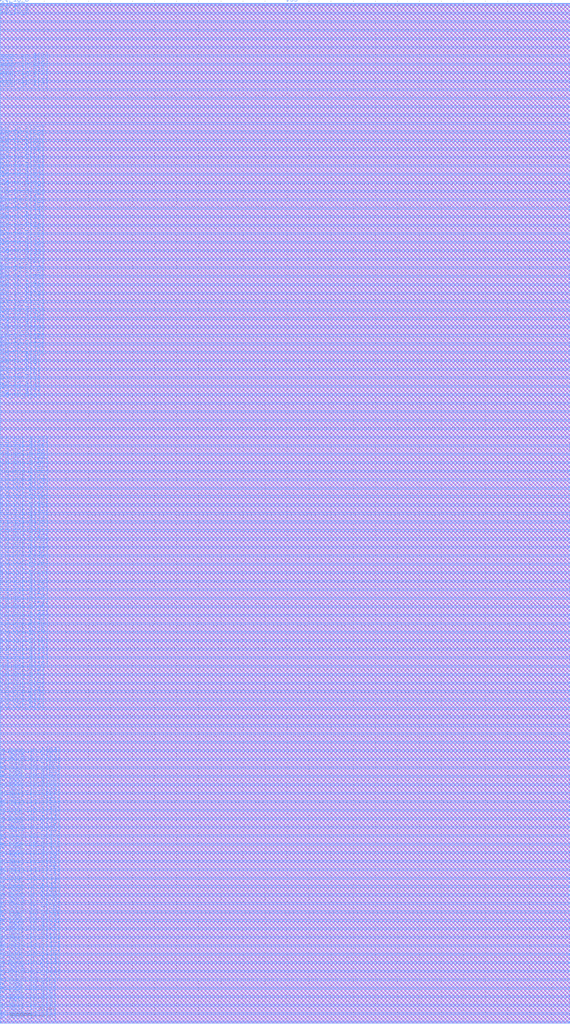
<source format=lef>
# Generated by FakeRAM 2.0
VERSION 5.7 ;
BUSBITCHARS "[]" ;
PROPERTYDEFINITIONS
  MACRO width INTEGER ;
  MACRO depth INTEGER ;
  MACRO banks INTEGER ;
END PROPERTYDEFINITIONS
MACRO fakeram7_tdp_256x64
  PROPERTY width 64 ;
  PROPERTY depth 256 ;
  PROPERTY banks 2 ;
  FOREIGN fakeram7_tdp_256x64 0 0 ;
  SYMMETRY X Y ;
  SIZE 25.840 BY 46.200 ;
  CLASS BLOCK ;
  PIN w_mask_in_A[0]
    DIRECTION INPUT ;
    USE SIGNAL ;
    SHAPE ABUTMENT ;
    PORT
      LAYER M4 ;
      RECT 0.000 0.048 0.024 0.072 ;
    END
  END w_mask_in_A[0]
  PIN w_mask_in_B[0]
    DIRECTION INPUT ;
    USE SIGNAL ;
    SHAPE ABUTMENT ;
    PORT
      LAYER M4 ;
      RECT 25.816 0.048 25.840 0.072 ;
    END
  END w_mask_in_B[0]
  PIN w_mask_in_A[1]
    DIRECTION INPUT ;
    USE SIGNAL ;
    SHAPE ABUTMENT ;
    PORT
      LAYER M4 ;
      RECT 0.000 0.240 0.024 0.264 ;
    END
  END w_mask_in_A[1]
  PIN w_mask_in_B[1]
    DIRECTION INPUT ;
    USE SIGNAL ;
    SHAPE ABUTMENT ;
    PORT
      LAYER M4 ;
      RECT 25.816 0.240 25.840 0.264 ;
    END
  END w_mask_in_B[1]
  PIN w_mask_in_A[2]
    DIRECTION INPUT ;
    USE SIGNAL ;
    SHAPE ABUTMENT ;
    PORT
      LAYER M4 ;
      RECT 0.000 0.432 0.024 0.456 ;
    END
  END w_mask_in_A[2]
  PIN w_mask_in_B[2]
    DIRECTION INPUT ;
    USE SIGNAL ;
    SHAPE ABUTMENT ;
    PORT
      LAYER M4 ;
      RECT 25.816 0.432 25.840 0.456 ;
    END
  END w_mask_in_B[2]
  PIN w_mask_in_A[3]
    DIRECTION INPUT ;
    USE SIGNAL ;
    SHAPE ABUTMENT ;
    PORT
      LAYER M4 ;
      RECT 0.000 0.624 0.024 0.648 ;
    END
  END w_mask_in_A[3]
  PIN w_mask_in_B[3]
    DIRECTION INPUT ;
    USE SIGNAL ;
    SHAPE ABUTMENT ;
    PORT
      LAYER M4 ;
      RECT 25.816 0.624 25.840 0.648 ;
    END
  END w_mask_in_B[3]
  PIN w_mask_in_A[4]
    DIRECTION INPUT ;
    USE SIGNAL ;
    SHAPE ABUTMENT ;
    PORT
      LAYER M4 ;
      RECT 0.000 0.816 0.024 0.840 ;
    END
  END w_mask_in_A[4]
  PIN w_mask_in_B[4]
    DIRECTION INPUT ;
    USE SIGNAL ;
    SHAPE ABUTMENT ;
    PORT
      LAYER M4 ;
      RECT 25.816 0.816 25.840 0.840 ;
    END
  END w_mask_in_B[4]
  PIN w_mask_in_A[5]
    DIRECTION INPUT ;
    USE SIGNAL ;
    SHAPE ABUTMENT ;
    PORT
      LAYER M4 ;
      RECT 0.000 1.008 0.024 1.032 ;
    END
  END w_mask_in_A[5]
  PIN w_mask_in_B[5]
    DIRECTION INPUT ;
    USE SIGNAL ;
    SHAPE ABUTMENT ;
    PORT
      LAYER M4 ;
      RECT 25.816 1.008 25.840 1.032 ;
    END
  END w_mask_in_B[5]
  PIN w_mask_in_A[6]
    DIRECTION INPUT ;
    USE SIGNAL ;
    SHAPE ABUTMENT ;
    PORT
      LAYER M4 ;
      RECT 0.000 1.200 0.024 1.224 ;
    END
  END w_mask_in_A[6]
  PIN w_mask_in_B[6]
    DIRECTION INPUT ;
    USE SIGNAL ;
    SHAPE ABUTMENT ;
    PORT
      LAYER M4 ;
      RECT 25.816 1.200 25.840 1.224 ;
    END
  END w_mask_in_B[6]
  PIN w_mask_in_A[7]
    DIRECTION INPUT ;
    USE SIGNAL ;
    SHAPE ABUTMENT ;
    PORT
      LAYER M4 ;
      RECT 0.000 1.392 0.024 1.416 ;
    END
  END w_mask_in_A[7]
  PIN w_mask_in_B[7]
    DIRECTION INPUT ;
    USE SIGNAL ;
    SHAPE ABUTMENT ;
    PORT
      LAYER M4 ;
      RECT 25.816 1.392 25.840 1.416 ;
    END
  END w_mask_in_B[7]
  PIN w_mask_in_A[8]
    DIRECTION INPUT ;
    USE SIGNAL ;
    SHAPE ABUTMENT ;
    PORT
      LAYER M4 ;
      RECT 0.000 1.584 0.024 1.608 ;
    END
  END w_mask_in_A[8]
  PIN w_mask_in_B[8]
    DIRECTION INPUT ;
    USE SIGNAL ;
    SHAPE ABUTMENT ;
    PORT
      LAYER M4 ;
      RECT 25.816 1.584 25.840 1.608 ;
    END
  END w_mask_in_B[8]
  PIN w_mask_in_A[9]
    DIRECTION INPUT ;
    USE SIGNAL ;
    SHAPE ABUTMENT ;
    PORT
      LAYER M4 ;
      RECT 0.000 1.776 0.024 1.800 ;
    END
  END w_mask_in_A[9]
  PIN w_mask_in_B[9]
    DIRECTION INPUT ;
    USE SIGNAL ;
    SHAPE ABUTMENT ;
    PORT
      LAYER M4 ;
      RECT 25.816 1.776 25.840 1.800 ;
    END
  END w_mask_in_B[9]
  PIN w_mask_in_A[10]
    DIRECTION INPUT ;
    USE SIGNAL ;
    SHAPE ABUTMENT ;
    PORT
      LAYER M4 ;
      RECT 0.000 1.968 0.024 1.992 ;
    END
  END w_mask_in_A[10]
  PIN w_mask_in_B[10]
    DIRECTION INPUT ;
    USE SIGNAL ;
    SHAPE ABUTMENT ;
    PORT
      LAYER M4 ;
      RECT 25.816 1.968 25.840 1.992 ;
    END
  END w_mask_in_B[10]
  PIN w_mask_in_A[11]
    DIRECTION INPUT ;
    USE SIGNAL ;
    SHAPE ABUTMENT ;
    PORT
      LAYER M4 ;
      RECT 0.000 2.160 0.024 2.184 ;
    END
  END w_mask_in_A[11]
  PIN w_mask_in_B[11]
    DIRECTION INPUT ;
    USE SIGNAL ;
    SHAPE ABUTMENT ;
    PORT
      LAYER M4 ;
      RECT 25.816 2.160 25.840 2.184 ;
    END
  END w_mask_in_B[11]
  PIN w_mask_in_A[12]
    DIRECTION INPUT ;
    USE SIGNAL ;
    SHAPE ABUTMENT ;
    PORT
      LAYER M4 ;
      RECT 0.000 2.352 0.024 2.376 ;
    END
  END w_mask_in_A[12]
  PIN w_mask_in_B[12]
    DIRECTION INPUT ;
    USE SIGNAL ;
    SHAPE ABUTMENT ;
    PORT
      LAYER M4 ;
      RECT 25.816 2.352 25.840 2.376 ;
    END
  END w_mask_in_B[12]
  PIN w_mask_in_A[13]
    DIRECTION INPUT ;
    USE SIGNAL ;
    SHAPE ABUTMENT ;
    PORT
      LAYER M4 ;
      RECT 0.000 2.544 0.024 2.568 ;
    END
  END w_mask_in_A[13]
  PIN w_mask_in_B[13]
    DIRECTION INPUT ;
    USE SIGNAL ;
    SHAPE ABUTMENT ;
    PORT
      LAYER M4 ;
      RECT 25.816 2.544 25.840 2.568 ;
    END
  END w_mask_in_B[13]
  PIN w_mask_in_A[14]
    DIRECTION INPUT ;
    USE SIGNAL ;
    SHAPE ABUTMENT ;
    PORT
      LAYER M4 ;
      RECT 0.000 2.736 0.024 2.760 ;
    END
  END w_mask_in_A[14]
  PIN w_mask_in_B[14]
    DIRECTION INPUT ;
    USE SIGNAL ;
    SHAPE ABUTMENT ;
    PORT
      LAYER M4 ;
      RECT 25.816 2.736 25.840 2.760 ;
    END
  END w_mask_in_B[14]
  PIN w_mask_in_A[15]
    DIRECTION INPUT ;
    USE SIGNAL ;
    SHAPE ABUTMENT ;
    PORT
      LAYER M4 ;
      RECT 0.000 2.928 0.024 2.952 ;
    END
  END w_mask_in_A[15]
  PIN w_mask_in_B[15]
    DIRECTION INPUT ;
    USE SIGNAL ;
    SHAPE ABUTMENT ;
    PORT
      LAYER M4 ;
      RECT 25.816 2.928 25.840 2.952 ;
    END
  END w_mask_in_B[15]
  PIN w_mask_in_A[16]
    DIRECTION INPUT ;
    USE SIGNAL ;
    SHAPE ABUTMENT ;
    PORT
      LAYER M4 ;
      RECT 0.000 3.120 0.024 3.144 ;
    END
  END w_mask_in_A[16]
  PIN w_mask_in_B[16]
    DIRECTION INPUT ;
    USE SIGNAL ;
    SHAPE ABUTMENT ;
    PORT
      LAYER M4 ;
      RECT 25.816 3.120 25.840 3.144 ;
    END
  END w_mask_in_B[16]
  PIN w_mask_in_A[17]
    DIRECTION INPUT ;
    USE SIGNAL ;
    SHAPE ABUTMENT ;
    PORT
      LAYER M4 ;
      RECT 0.000 3.312 0.024 3.336 ;
    END
  END w_mask_in_A[17]
  PIN w_mask_in_B[17]
    DIRECTION INPUT ;
    USE SIGNAL ;
    SHAPE ABUTMENT ;
    PORT
      LAYER M4 ;
      RECT 25.816 3.312 25.840 3.336 ;
    END
  END w_mask_in_B[17]
  PIN w_mask_in_A[18]
    DIRECTION INPUT ;
    USE SIGNAL ;
    SHAPE ABUTMENT ;
    PORT
      LAYER M4 ;
      RECT 0.000 3.504 0.024 3.528 ;
    END
  END w_mask_in_A[18]
  PIN w_mask_in_B[18]
    DIRECTION INPUT ;
    USE SIGNAL ;
    SHAPE ABUTMENT ;
    PORT
      LAYER M4 ;
      RECT 25.816 3.504 25.840 3.528 ;
    END
  END w_mask_in_B[18]
  PIN w_mask_in_A[19]
    DIRECTION INPUT ;
    USE SIGNAL ;
    SHAPE ABUTMENT ;
    PORT
      LAYER M4 ;
      RECT 0.000 3.696 0.024 3.720 ;
    END
  END w_mask_in_A[19]
  PIN w_mask_in_B[19]
    DIRECTION INPUT ;
    USE SIGNAL ;
    SHAPE ABUTMENT ;
    PORT
      LAYER M4 ;
      RECT 25.816 3.696 25.840 3.720 ;
    END
  END w_mask_in_B[19]
  PIN w_mask_in_A[20]
    DIRECTION INPUT ;
    USE SIGNAL ;
    SHAPE ABUTMENT ;
    PORT
      LAYER M4 ;
      RECT 0.000 3.888 0.024 3.912 ;
    END
  END w_mask_in_A[20]
  PIN w_mask_in_B[20]
    DIRECTION INPUT ;
    USE SIGNAL ;
    SHAPE ABUTMENT ;
    PORT
      LAYER M4 ;
      RECT 25.816 3.888 25.840 3.912 ;
    END
  END w_mask_in_B[20]
  PIN w_mask_in_A[21]
    DIRECTION INPUT ;
    USE SIGNAL ;
    SHAPE ABUTMENT ;
    PORT
      LAYER M4 ;
      RECT 0.000 4.080 0.024 4.104 ;
    END
  END w_mask_in_A[21]
  PIN w_mask_in_B[21]
    DIRECTION INPUT ;
    USE SIGNAL ;
    SHAPE ABUTMENT ;
    PORT
      LAYER M4 ;
      RECT 25.816 4.080 25.840 4.104 ;
    END
  END w_mask_in_B[21]
  PIN w_mask_in_A[22]
    DIRECTION INPUT ;
    USE SIGNAL ;
    SHAPE ABUTMENT ;
    PORT
      LAYER M4 ;
      RECT 0.000 4.272 0.024 4.296 ;
    END
  END w_mask_in_A[22]
  PIN w_mask_in_B[22]
    DIRECTION INPUT ;
    USE SIGNAL ;
    SHAPE ABUTMENT ;
    PORT
      LAYER M4 ;
      RECT 25.816 4.272 25.840 4.296 ;
    END
  END w_mask_in_B[22]
  PIN w_mask_in_A[23]
    DIRECTION INPUT ;
    USE SIGNAL ;
    SHAPE ABUTMENT ;
    PORT
      LAYER M4 ;
      RECT 0.000 4.464 0.024 4.488 ;
    END
  END w_mask_in_A[23]
  PIN w_mask_in_B[23]
    DIRECTION INPUT ;
    USE SIGNAL ;
    SHAPE ABUTMENT ;
    PORT
      LAYER M4 ;
      RECT 25.816 4.464 25.840 4.488 ;
    END
  END w_mask_in_B[23]
  PIN w_mask_in_A[24]
    DIRECTION INPUT ;
    USE SIGNAL ;
    SHAPE ABUTMENT ;
    PORT
      LAYER M4 ;
      RECT 0.000 4.656 0.024 4.680 ;
    END
  END w_mask_in_A[24]
  PIN w_mask_in_B[24]
    DIRECTION INPUT ;
    USE SIGNAL ;
    SHAPE ABUTMENT ;
    PORT
      LAYER M4 ;
      RECT 25.816 4.656 25.840 4.680 ;
    END
  END w_mask_in_B[24]
  PIN w_mask_in_A[25]
    DIRECTION INPUT ;
    USE SIGNAL ;
    SHAPE ABUTMENT ;
    PORT
      LAYER M4 ;
      RECT 0.000 4.848 0.024 4.872 ;
    END
  END w_mask_in_A[25]
  PIN w_mask_in_B[25]
    DIRECTION INPUT ;
    USE SIGNAL ;
    SHAPE ABUTMENT ;
    PORT
      LAYER M4 ;
      RECT 25.816 4.848 25.840 4.872 ;
    END
  END w_mask_in_B[25]
  PIN w_mask_in_A[26]
    DIRECTION INPUT ;
    USE SIGNAL ;
    SHAPE ABUTMENT ;
    PORT
      LAYER M4 ;
      RECT 0.000 5.040 0.024 5.064 ;
    END
  END w_mask_in_A[26]
  PIN w_mask_in_B[26]
    DIRECTION INPUT ;
    USE SIGNAL ;
    SHAPE ABUTMENT ;
    PORT
      LAYER M4 ;
      RECT 25.816 5.040 25.840 5.064 ;
    END
  END w_mask_in_B[26]
  PIN w_mask_in_A[27]
    DIRECTION INPUT ;
    USE SIGNAL ;
    SHAPE ABUTMENT ;
    PORT
      LAYER M4 ;
      RECT 0.000 5.232 0.024 5.256 ;
    END
  END w_mask_in_A[27]
  PIN w_mask_in_B[27]
    DIRECTION INPUT ;
    USE SIGNAL ;
    SHAPE ABUTMENT ;
    PORT
      LAYER M4 ;
      RECT 25.816 5.232 25.840 5.256 ;
    END
  END w_mask_in_B[27]
  PIN w_mask_in_A[28]
    DIRECTION INPUT ;
    USE SIGNAL ;
    SHAPE ABUTMENT ;
    PORT
      LAYER M4 ;
      RECT 0.000 5.424 0.024 5.448 ;
    END
  END w_mask_in_A[28]
  PIN w_mask_in_B[28]
    DIRECTION INPUT ;
    USE SIGNAL ;
    SHAPE ABUTMENT ;
    PORT
      LAYER M4 ;
      RECT 25.816 5.424 25.840 5.448 ;
    END
  END w_mask_in_B[28]
  PIN w_mask_in_A[29]
    DIRECTION INPUT ;
    USE SIGNAL ;
    SHAPE ABUTMENT ;
    PORT
      LAYER M4 ;
      RECT 0.000 5.616 0.024 5.640 ;
    END
  END w_mask_in_A[29]
  PIN w_mask_in_B[29]
    DIRECTION INPUT ;
    USE SIGNAL ;
    SHAPE ABUTMENT ;
    PORT
      LAYER M4 ;
      RECT 25.816 5.616 25.840 5.640 ;
    END
  END w_mask_in_B[29]
  PIN w_mask_in_A[30]
    DIRECTION INPUT ;
    USE SIGNAL ;
    SHAPE ABUTMENT ;
    PORT
      LAYER M4 ;
      RECT 0.000 5.808 0.024 5.832 ;
    END
  END w_mask_in_A[30]
  PIN w_mask_in_B[30]
    DIRECTION INPUT ;
    USE SIGNAL ;
    SHAPE ABUTMENT ;
    PORT
      LAYER M4 ;
      RECT 25.816 5.808 25.840 5.832 ;
    END
  END w_mask_in_B[30]
  PIN w_mask_in_A[31]
    DIRECTION INPUT ;
    USE SIGNAL ;
    SHAPE ABUTMENT ;
    PORT
      LAYER M4 ;
      RECT 0.000 6.000 0.024 6.024 ;
    END
  END w_mask_in_A[31]
  PIN w_mask_in_B[31]
    DIRECTION INPUT ;
    USE SIGNAL ;
    SHAPE ABUTMENT ;
    PORT
      LAYER M4 ;
      RECT 25.816 6.000 25.840 6.024 ;
    END
  END w_mask_in_B[31]
  PIN w_mask_in_A[32]
    DIRECTION INPUT ;
    USE SIGNAL ;
    SHAPE ABUTMENT ;
    PORT
      LAYER M4 ;
      RECT 0.000 6.192 0.024 6.216 ;
    END
  END w_mask_in_A[32]
  PIN w_mask_in_B[32]
    DIRECTION INPUT ;
    USE SIGNAL ;
    SHAPE ABUTMENT ;
    PORT
      LAYER M4 ;
      RECT 25.816 6.192 25.840 6.216 ;
    END
  END w_mask_in_B[32]
  PIN w_mask_in_A[33]
    DIRECTION INPUT ;
    USE SIGNAL ;
    SHAPE ABUTMENT ;
    PORT
      LAYER M4 ;
      RECT 0.000 6.384 0.024 6.408 ;
    END
  END w_mask_in_A[33]
  PIN w_mask_in_B[33]
    DIRECTION INPUT ;
    USE SIGNAL ;
    SHAPE ABUTMENT ;
    PORT
      LAYER M4 ;
      RECT 25.816 6.384 25.840 6.408 ;
    END
  END w_mask_in_B[33]
  PIN w_mask_in_A[34]
    DIRECTION INPUT ;
    USE SIGNAL ;
    SHAPE ABUTMENT ;
    PORT
      LAYER M4 ;
      RECT 0.000 6.576 0.024 6.600 ;
    END
  END w_mask_in_A[34]
  PIN w_mask_in_B[34]
    DIRECTION INPUT ;
    USE SIGNAL ;
    SHAPE ABUTMENT ;
    PORT
      LAYER M4 ;
      RECT 25.816 6.576 25.840 6.600 ;
    END
  END w_mask_in_B[34]
  PIN w_mask_in_A[35]
    DIRECTION INPUT ;
    USE SIGNAL ;
    SHAPE ABUTMENT ;
    PORT
      LAYER M4 ;
      RECT 0.000 6.768 0.024 6.792 ;
    END
  END w_mask_in_A[35]
  PIN w_mask_in_B[35]
    DIRECTION INPUT ;
    USE SIGNAL ;
    SHAPE ABUTMENT ;
    PORT
      LAYER M4 ;
      RECT 25.816 6.768 25.840 6.792 ;
    END
  END w_mask_in_B[35]
  PIN w_mask_in_A[36]
    DIRECTION INPUT ;
    USE SIGNAL ;
    SHAPE ABUTMENT ;
    PORT
      LAYER M4 ;
      RECT 0.000 6.960 0.024 6.984 ;
    END
  END w_mask_in_A[36]
  PIN w_mask_in_B[36]
    DIRECTION INPUT ;
    USE SIGNAL ;
    SHAPE ABUTMENT ;
    PORT
      LAYER M4 ;
      RECT 25.816 6.960 25.840 6.984 ;
    END
  END w_mask_in_B[36]
  PIN w_mask_in_A[37]
    DIRECTION INPUT ;
    USE SIGNAL ;
    SHAPE ABUTMENT ;
    PORT
      LAYER M4 ;
      RECT 0.000 7.152 0.024 7.176 ;
    END
  END w_mask_in_A[37]
  PIN w_mask_in_B[37]
    DIRECTION INPUT ;
    USE SIGNAL ;
    SHAPE ABUTMENT ;
    PORT
      LAYER M4 ;
      RECT 25.816 7.152 25.840 7.176 ;
    END
  END w_mask_in_B[37]
  PIN w_mask_in_A[38]
    DIRECTION INPUT ;
    USE SIGNAL ;
    SHAPE ABUTMENT ;
    PORT
      LAYER M4 ;
      RECT 0.000 7.344 0.024 7.368 ;
    END
  END w_mask_in_A[38]
  PIN w_mask_in_B[38]
    DIRECTION INPUT ;
    USE SIGNAL ;
    SHAPE ABUTMENT ;
    PORT
      LAYER M4 ;
      RECT 25.816 7.344 25.840 7.368 ;
    END
  END w_mask_in_B[38]
  PIN w_mask_in_A[39]
    DIRECTION INPUT ;
    USE SIGNAL ;
    SHAPE ABUTMENT ;
    PORT
      LAYER M4 ;
      RECT 0.000 7.536 0.024 7.560 ;
    END
  END w_mask_in_A[39]
  PIN w_mask_in_B[39]
    DIRECTION INPUT ;
    USE SIGNAL ;
    SHAPE ABUTMENT ;
    PORT
      LAYER M4 ;
      RECT 25.816 7.536 25.840 7.560 ;
    END
  END w_mask_in_B[39]
  PIN w_mask_in_A[40]
    DIRECTION INPUT ;
    USE SIGNAL ;
    SHAPE ABUTMENT ;
    PORT
      LAYER M4 ;
      RECT 0.000 7.728 0.024 7.752 ;
    END
  END w_mask_in_A[40]
  PIN w_mask_in_B[40]
    DIRECTION INPUT ;
    USE SIGNAL ;
    SHAPE ABUTMENT ;
    PORT
      LAYER M4 ;
      RECT 25.816 7.728 25.840 7.752 ;
    END
  END w_mask_in_B[40]
  PIN w_mask_in_A[41]
    DIRECTION INPUT ;
    USE SIGNAL ;
    SHAPE ABUTMENT ;
    PORT
      LAYER M4 ;
      RECT 0.000 7.920 0.024 7.944 ;
    END
  END w_mask_in_A[41]
  PIN w_mask_in_B[41]
    DIRECTION INPUT ;
    USE SIGNAL ;
    SHAPE ABUTMENT ;
    PORT
      LAYER M4 ;
      RECT 25.816 7.920 25.840 7.944 ;
    END
  END w_mask_in_B[41]
  PIN w_mask_in_A[42]
    DIRECTION INPUT ;
    USE SIGNAL ;
    SHAPE ABUTMENT ;
    PORT
      LAYER M4 ;
      RECT 0.000 8.112 0.024 8.136 ;
    END
  END w_mask_in_A[42]
  PIN w_mask_in_B[42]
    DIRECTION INPUT ;
    USE SIGNAL ;
    SHAPE ABUTMENT ;
    PORT
      LAYER M4 ;
      RECT 25.816 8.112 25.840 8.136 ;
    END
  END w_mask_in_B[42]
  PIN w_mask_in_A[43]
    DIRECTION INPUT ;
    USE SIGNAL ;
    SHAPE ABUTMENT ;
    PORT
      LAYER M4 ;
      RECT 0.000 8.304 0.024 8.328 ;
    END
  END w_mask_in_A[43]
  PIN w_mask_in_B[43]
    DIRECTION INPUT ;
    USE SIGNAL ;
    SHAPE ABUTMENT ;
    PORT
      LAYER M4 ;
      RECT 25.816 8.304 25.840 8.328 ;
    END
  END w_mask_in_B[43]
  PIN w_mask_in_A[44]
    DIRECTION INPUT ;
    USE SIGNAL ;
    SHAPE ABUTMENT ;
    PORT
      LAYER M4 ;
      RECT 0.000 8.496 0.024 8.520 ;
    END
  END w_mask_in_A[44]
  PIN w_mask_in_B[44]
    DIRECTION INPUT ;
    USE SIGNAL ;
    SHAPE ABUTMENT ;
    PORT
      LAYER M4 ;
      RECT 25.816 8.496 25.840 8.520 ;
    END
  END w_mask_in_B[44]
  PIN w_mask_in_A[45]
    DIRECTION INPUT ;
    USE SIGNAL ;
    SHAPE ABUTMENT ;
    PORT
      LAYER M4 ;
      RECT 0.000 8.688 0.024 8.712 ;
    END
  END w_mask_in_A[45]
  PIN w_mask_in_B[45]
    DIRECTION INPUT ;
    USE SIGNAL ;
    SHAPE ABUTMENT ;
    PORT
      LAYER M4 ;
      RECT 25.816 8.688 25.840 8.712 ;
    END
  END w_mask_in_B[45]
  PIN w_mask_in_A[46]
    DIRECTION INPUT ;
    USE SIGNAL ;
    SHAPE ABUTMENT ;
    PORT
      LAYER M4 ;
      RECT 0.000 8.880 0.024 8.904 ;
    END
  END w_mask_in_A[46]
  PIN w_mask_in_B[46]
    DIRECTION INPUT ;
    USE SIGNAL ;
    SHAPE ABUTMENT ;
    PORT
      LAYER M4 ;
      RECT 25.816 8.880 25.840 8.904 ;
    END
  END w_mask_in_B[46]
  PIN w_mask_in_A[47]
    DIRECTION INPUT ;
    USE SIGNAL ;
    SHAPE ABUTMENT ;
    PORT
      LAYER M4 ;
      RECT 0.000 9.072 0.024 9.096 ;
    END
  END w_mask_in_A[47]
  PIN w_mask_in_B[47]
    DIRECTION INPUT ;
    USE SIGNAL ;
    SHAPE ABUTMENT ;
    PORT
      LAYER M4 ;
      RECT 25.816 9.072 25.840 9.096 ;
    END
  END w_mask_in_B[47]
  PIN w_mask_in_A[48]
    DIRECTION INPUT ;
    USE SIGNAL ;
    SHAPE ABUTMENT ;
    PORT
      LAYER M4 ;
      RECT 0.000 9.264 0.024 9.288 ;
    END
  END w_mask_in_A[48]
  PIN w_mask_in_B[48]
    DIRECTION INPUT ;
    USE SIGNAL ;
    SHAPE ABUTMENT ;
    PORT
      LAYER M4 ;
      RECT 25.816 9.264 25.840 9.288 ;
    END
  END w_mask_in_B[48]
  PIN w_mask_in_A[49]
    DIRECTION INPUT ;
    USE SIGNAL ;
    SHAPE ABUTMENT ;
    PORT
      LAYER M4 ;
      RECT 0.000 9.456 0.024 9.480 ;
    END
  END w_mask_in_A[49]
  PIN w_mask_in_B[49]
    DIRECTION INPUT ;
    USE SIGNAL ;
    SHAPE ABUTMENT ;
    PORT
      LAYER M4 ;
      RECT 25.816 9.456 25.840 9.480 ;
    END
  END w_mask_in_B[49]
  PIN w_mask_in_A[50]
    DIRECTION INPUT ;
    USE SIGNAL ;
    SHAPE ABUTMENT ;
    PORT
      LAYER M4 ;
      RECT 0.000 9.648 0.024 9.672 ;
    END
  END w_mask_in_A[50]
  PIN w_mask_in_B[50]
    DIRECTION INPUT ;
    USE SIGNAL ;
    SHAPE ABUTMENT ;
    PORT
      LAYER M4 ;
      RECT 25.816 9.648 25.840 9.672 ;
    END
  END w_mask_in_B[50]
  PIN w_mask_in_A[51]
    DIRECTION INPUT ;
    USE SIGNAL ;
    SHAPE ABUTMENT ;
    PORT
      LAYER M4 ;
      RECT 0.000 9.840 0.024 9.864 ;
    END
  END w_mask_in_A[51]
  PIN w_mask_in_B[51]
    DIRECTION INPUT ;
    USE SIGNAL ;
    SHAPE ABUTMENT ;
    PORT
      LAYER M4 ;
      RECT 25.816 9.840 25.840 9.864 ;
    END
  END w_mask_in_B[51]
  PIN w_mask_in_A[52]
    DIRECTION INPUT ;
    USE SIGNAL ;
    SHAPE ABUTMENT ;
    PORT
      LAYER M4 ;
      RECT 0.000 10.032 0.024 10.056 ;
    END
  END w_mask_in_A[52]
  PIN w_mask_in_B[52]
    DIRECTION INPUT ;
    USE SIGNAL ;
    SHAPE ABUTMENT ;
    PORT
      LAYER M4 ;
      RECT 25.816 10.032 25.840 10.056 ;
    END
  END w_mask_in_B[52]
  PIN w_mask_in_A[53]
    DIRECTION INPUT ;
    USE SIGNAL ;
    SHAPE ABUTMENT ;
    PORT
      LAYER M4 ;
      RECT 0.000 10.224 0.024 10.248 ;
    END
  END w_mask_in_A[53]
  PIN w_mask_in_B[53]
    DIRECTION INPUT ;
    USE SIGNAL ;
    SHAPE ABUTMENT ;
    PORT
      LAYER M4 ;
      RECT 25.816 10.224 25.840 10.248 ;
    END
  END w_mask_in_B[53]
  PIN w_mask_in_A[54]
    DIRECTION INPUT ;
    USE SIGNAL ;
    SHAPE ABUTMENT ;
    PORT
      LAYER M4 ;
      RECT 0.000 10.416 0.024 10.440 ;
    END
  END w_mask_in_A[54]
  PIN w_mask_in_B[54]
    DIRECTION INPUT ;
    USE SIGNAL ;
    SHAPE ABUTMENT ;
    PORT
      LAYER M4 ;
      RECT 25.816 10.416 25.840 10.440 ;
    END
  END w_mask_in_B[54]
  PIN w_mask_in_A[55]
    DIRECTION INPUT ;
    USE SIGNAL ;
    SHAPE ABUTMENT ;
    PORT
      LAYER M4 ;
      RECT 0.000 10.608 0.024 10.632 ;
    END
  END w_mask_in_A[55]
  PIN w_mask_in_B[55]
    DIRECTION INPUT ;
    USE SIGNAL ;
    SHAPE ABUTMENT ;
    PORT
      LAYER M4 ;
      RECT 25.816 10.608 25.840 10.632 ;
    END
  END w_mask_in_B[55]
  PIN w_mask_in_A[56]
    DIRECTION INPUT ;
    USE SIGNAL ;
    SHAPE ABUTMENT ;
    PORT
      LAYER M4 ;
      RECT 0.000 10.800 0.024 10.824 ;
    END
  END w_mask_in_A[56]
  PIN w_mask_in_B[56]
    DIRECTION INPUT ;
    USE SIGNAL ;
    SHAPE ABUTMENT ;
    PORT
      LAYER M4 ;
      RECT 25.816 10.800 25.840 10.824 ;
    END
  END w_mask_in_B[56]
  PIN w_mask_in_A[57]
    DIRECTION INPUT ;
    USE SIGNAL ;
    SHAPE ABUTMENT ;
    PORT
      LAYER M4 ;
      RECT 0.000 10.992 0.024 11.016 ;
    END
  END w_mask_in_A[57]
  PIN w_mask_in_B[57]
    DIRECTION INPUT ;
    USE SIGNAL ;
    SHAPE ABUTMENT ;
    PORT
      LAYER M4 ;
      RECT 25.816 10.992 25.840 11.016 ;
    END
  END w_mask_in_B[57]
  PIN w_mask_in_A[58]
    DIRECTION INPUT ;
    USE SIGNAL ;
    SHAPE ABUTMENT ;
    PORT
      LAYER M4 ;
      RECT 0.000 11.184 0.024 11.208 ;
    END
  END w_mask_in_A[58]
  PIN w_mask_in_B[58]
    DIRECTION INPUT ;
    USE SIGNAL ;
    SHAPE ABUTMENT ;
    PORT
      LAYER M4 ;
      RECT 25.816 11.184 25.840 11.208 ;
    END
  END w_mask_in_B[58]
  PIN w_mask_in_A[59]
    DIRECTION INPUT ;
    USE SIGNAL ;
    SHAPE ABUTMENT ;
    PORT
      LAYER M4 ;
      RECT 0.000 11.376 0.024 11.400 ;
    END
  END w_mask_in_A[59]
  PIN w_mask_in_B[59]
    DIRECTION INPUT ;
    USE SIGNAL ;
    SHAPE ABUTMENT ;
    PORT
      LAYER M4 ;
      RECT 25.816 11.376 25.840 11.400 ;
    END
  END w_mask_in_B[59]
  PIN w_mask_in_A[60]
    DIRECTION INPUT ;
    USE SIGNAL ;
    SHAPE ABUTMENT ;
    PORT
      LAYER M4 ;
      RECT 0.000 11.568 0.024 11.592 ;
    END
  END w_mask_in_A[60]
  PIN w_mask_in_B[60]
    DIRECTION INPUT ;
    USE SIGNAL ;
    SHAPE ABUTMENT ;
    PORT
      LAYER M4 ;
      RECT 25.816 11.568 25.840 11.592 ;
    END
  END w_mask_in_B[60]
  PIN w_mask_in_A[61]
    DIRECTION INPUT ;
    USE SIGNAL ;
    SHAPE ABUTMENT ;
    PORT
      LAYER M4 ;
      RECT 0.000 11.760 0.024 11.784 ;
    END
  END w_mask_in_A[61]
  PIN w_mask_in_B[61]
    DIRECTION INPUT ;
    USE SIGNAL ;
    SHAPE ABUTMENT ;
    PORT
      LAYER M4 ;
      RECT 25.816 11.760 25.840 11.784 ;
    END
  END w_mask_in_B[61]
  PIN w_mask_in_A[62]
    DIRECTION INPUT ;
    USE SIGNAL ;
    SHAPE ABUTMENT ;
    PORT
      LAYER M4 ;
      RECT 0.000 11.952 0.024 11.976 ;
    END
  END w_mask_in_A[62]
  PIN w_mask_in_B[62]
    DIRECTION INPUT ;
    USE SIGNAL ;
    SHAPE ABUTMENT ;
    PORT
      LAYER M4 ;
      RECT 25.816 11.952 25.840 11.976 ;
    END
  END w_mask_in_B[62]
  PIN w_mask_in_A[63]
    DIRECTION INPUT ;
    USE SIGNAL ;
    SHAPE ABUTMENT ;
    PORT
      LAYER M4 ;
      RECT 0.000 12.144 0.024 12.168 ;
    END
  END w_mask_in_A[63]
  PIN w_mask_in_B[63]
    DIRECTION INPUT ;
    USE SIGNAL ;
    SHAPE ABUTMENT ;
    PORT
      LAYER M4 ;
      RECT 25.816 12.144 25.840 12.168 ;
    END
  END w_mask_in_B[63]
  PIN rd_out_A[0]
    DIRECTION OUTPUT ;
    USE SIGNAL ;
    SHAPE ABUTMENT ;
    PORT
      LAYER M4 ;
      RECT 0.000 14.112 0.024 14.136 ;
    END
  END rd_out_A[0]
  PIN rd_out_B[0]
    DIRECTION OUTPUT ;
    USE SIGNAL ;
    SHAPE ABUTMENT ;
    PORT
      LAYER M4 ;
      RECT 25.816 14.112 25.840 14.136 ;
    END
  END rd_out_B[0]
  PIN rd_out_A[1]
    DIRECTION OUTPUT ;
    USE SIGNAL ;
    SHAPE ABUTMENT ;
    PORT
      LAYER M4 ;
      RECT 0.000 14.304 0.024 14.328 ;
    END
  END rd_out_A[1]
  PIN rd_out_B[1]
    DIRECTION OUTPUT ;
    USE SIGNAL ;
    SHAPE ABUTMENT ;
    PORT
      LAYER M4 ;
      RECT 25.816 14.304 25.840 14.328 ;
    END
  END rd_out_B[1]
  PIN rd_out_A[2]
    DIRECTION OUTPUT ;
    USE SIGNAL ;
    SHAPE ABUTMENT ;
    PORT
      LAYER M4 ;
      RECT 0.000 14.496 0.024 14.520 ;
    END
  END rd_out_A[2]
  PIN rd_out_B[2]
    DIRECTION OUTPUT ;
    USE SIGNAL ;
    SHAPE ABUTMENT ;
    PORT
      LAYER M4 ;
      RECT 25.816 14.496 25.840 14.520 ;
    END
  END rd_out_B[2]
  PIN rd_out_A[3]
    DIRECTION OUTPUT ;
    USE SIGNAL ;
    SHAPE ABUTMENT ;
    PORT
      LAYER M4 ;
      RECT 0.000 14.688 0.024 14.712 ;
    END
  END rd_out_A[3]
  PIN rd_out_B[3]
    DIRECTION OUTPUT ;
    USE SIGNAL ;
    SHAPE ABUTMENT ;
    PORT
      LAYER M4 ;
      RECT 25.816 14.688 25.840 14.712 ;
    END
  END rd_out_B[3]
  PIN rd_out_A[4]
    DIRECTION OUTPUT ;
    USE SIGNAL ;
    SHAPE ABUTMENT ;
    PORT
      LAYER M4 ;
      RECT 0.000 14.880 0.024 14.904 ;
    END
  END rd_out_A[4]
  PIN rd_out_B[4]
    DIRECTION OUTPUT ;
    USE SIGNAL ;
    SHAPE ABUTMENT ;
    PORT
      LAYER M4 ;
      RECT 25.816 14.880 25.840 14.904 ;
    END
  END rd_out_B[4]
  PIN rd_out_A[5]
    DIRECTION OUTPUT ;
    USE SIGNAL ;
    SHAPE ABUTMENT ;
    PORT
      LAYER M4 ;
      RECT 0.000 15.072 0.024 15.096 ;
    END
  END rd_out_A[5]
  PIN rd_out_B[5]
    DIRECTION OUTPUT ;
    USE SIGNAL ;
    SHAPE ABUTMENT ;
    PORT
      LAYER M4 ;
      RECT 25.816 15.072 25.840 15.096 ;
    END
  END rd_out_B[5]
  PIN rd_out_A[6]
    DIRECTION OUTPUT ;
    USE SIGNAL ;
    SHAPE ABUTMENT ;
    PORT
      LAYER M4 ;
      RECT 0.000 15.264 0.024 15.288 ;
    END
  END rd_out_A[6]
  PIN rd_out_B[6]
    DIRECTION OUTPUT ;
    USE SIGNAL ;
    SHAPE ABUTMENT ;
    PORT
      LAYER M4 ;
      RECT 25.816 15.264 25.840 15.288 ;
    END
  END rd_out_B[6]
  PIN rd_out_A[7]
    DIRECTION OUTPUT ;
    USE SIGNAL ;
    SHAPE ABUTMENT ;
    PORT
      LAYER M4 ;
      RECT 0.000 15.456 0.024 15.480 ;
    END
  END rd_out_A[7]
  PIN rd_out_B[7]
    DIRECTION OUTPUT ;
    USE SIGNAL ;
    SHAPE ABUTMENT ;
    PORT
      LAYER M4 ;
      RECT 25.816 15.456 25.840 15.480 ;
    END
  END rd_out_B[7]
  PIN rd_out_A[8]
    DIRECTION OUTPUT ;
    USE SIGNAL ;
    SHAPE ABUTMENT ;
    PORT
      LAYER M4 ;
      RECT 0.000 15.648 0.024 15.672 ;
    END
  END rd_out_A[8]
  PIN rd_out_B[8]
    DIRECTION OUTPUT ;
    USE SIGNAL ;
    SHAPE ABUTMENT ;
    PORT
      LAYER M4 ;
      RECT 25.816 15.648 25.840 15.672 ;
    END
  END rd_out_B[8]
  PIN rd_out_A[9]
    DIRECTION OUTPUT ;
    USE SIGNAL ;
    SHAPE ABUTMENT ;
    PORT
      LAYER M4 ;
      RECT 0.000 15.840 0.024 15.864 ;
    END
  END rd_out_A[9]
  PIN rd_out_B[9]
    DIRECTION OUTPUT ;
    USE SIGNAL ;
    SHAPE ABUTMENT ;
    PORT
      LAYER M4 ;
      RECT 25.816 15.840 25.840 15.864 ;
    END
  END rd_out_B[9]
  PIN rd_out_A[10]
    DIRECTION OUTPUT ;
    USE SIGNAL ;
    SHAPE ABUTMENT ;
    PORT
      LAYER M4 ;
      RECT 0.000 16.032 0.024 16.056 ;
    END
  END rd_out_A[10]
  PIN rd_out_B[10]
    DIRECTION OUTPUT ;
    USE SIGNAL ;
    SHAPE ABUTMENT ;
    PORT
      LAYER M4 ;
      RECT 25.816 16.032 25.840 16.056 ;
    END
  END rd_out_B[10]
  PIN rd_out_A[11]
    DIRECTION OUTPUT ;
    USE SIGNAL ;
    SHAPE ABUTMENT ;
    PORT
      LAYER M4 ;
      RECT 0.000 16.224 0.024 16.248 ;
    END
  END rd_out_A[11]
  PIN rd_out_B[11]
    DIRECTION OUTPUT ;
    USE SIGNAL ;
    SHAPE ABUTMENT ;
    PORT
      LAYER M4 ;
      RECT 25.816 16.224 25.840 16.248 ;
    END
  END rd_out_B[11]
  PIN rd_out_A[12]
    DIRECTION OUTPUT ;
    USE SIGNAL ;
    SHAPE ABUTMENT ;
    PORT
      LAYER M4 ;
      RECT 0.000 16.416 0.024 16.440 ;
    END
  END rd_out_A[12]
  PIN rd_out_B[12]
    DIRECTION OUTPUT ;
    USE SIGNAL ;
    SHAPE ABUTMENT ;
    PORT
      LAYER M4 ;
      RECT 25.816 16.416 25.840 16.440 ;
    END
  END rd_out_B[12]
  PIN rd_out_A[13]
    DIRECTION OUTPUT ;
    USE SIGNAL ;
    SHAPE ABUTMENT ;
    PORT
      LAYER M4 ;
      RECT 0.000 16.608 0.024 16.632 ;
    END
  END rd_out_A[13]
  PIN rd_out_B[13]
    DIRECTION OUTPUT ;
    USE SIGNAL ;
    SHAPE ABUTMENT ;
    PORT
      LAYER M4 ;
      RECT 25.816 16.608 25.840 16.632 ;
    END
  END rd_out_B[13]
  PIN rd_out_A[14]
    DIRECTION OUTPUT ;
    USE SIGNAL ;
    SHAPE ABUTMENT ;
    PORT
      LAYER M4 ;
      RECT 0.000 16.800 0.024 16.824 ;
    END
  END rd_out_A[14]
  PIN rd_out_B[14]
    DIRECTION OUTPUT ;
    USE SIGNAL ;
    SHAPE ABUTMENT ;
    PORT
      LAYER M4 ;
      RECT 25.816 16.800 25.840 16.824 ;
    END
  END rd_out_B[14]
  PIN rd_out_A[15]
    DIRECTION OUTPUT ;
    USE SIGNAL ;
    SHAPE ABUTMENT ;
    PORT
      LAYER M4 ;
      RECT 0.000 16.992 0.024 17.016 ;
    END
  END rd_out_A[15]
  PIN rd_out_B[15]
    DIRECTION OUTPUT ;
    USE SIGNAL ;
    SHAPE ABUTMENT ;
    PORT
      LAYER M4 ;
      RECT 25.816 16.992 25.840 17.016 ;
    END
  END rd_out_B[15]
  PIN rd_out_A[16]
    DIRECTION OUTPUT ;
    USE SIGNAL ;
    SHAPE ABUTMENT ;
    PORT
      LAYER M4 ;
      RECT 0.000 17.184 0.024 17.208 ;
    END
  END rd_out_A[16]
  PIN rd_out_B[16]
    DIRECTION OUTPUT ;
    USE SIGNAL ;
    SHAPE ABUTMENT ;
    PORT
      LAYER M4 ;
      RECT 25.816 17.184 25.840 17.208 ;
    END
  END rd_out_B[16]
  PIN rd_out_A[17]
    DIRECTION OUTPUT ;
    USE SIGNAL ;
    SHAPE ABUTMENT ;
    PORT
      LAYER M4 ;
      RECT 0.000 17.376 0.024 17.400 ;
    END
  END rd_out_A[17]
  PIN rd_out_B[17]
    DIRECTION OUTPUT ;
    USE SIGNAL ;
    SHAPE ABUTMENT ;
    PORT
      LAYER M4 ;
      RECT 25.816 17.376 25.840 17.400 ;
    END
  END rd_out_B[17]
  PIN rd_out_A[18]
    DIRECTION OUTPUT ;
    USE SIGNAL ;
    SHAPE ABUTMENT ;
    PORT
      LAYER M4 ;
      RECT 0.000 17.568 0.024 17.592 ;
    END
  END rd_out_A[18]
  PIN rd_out_B[18]
    DIRECTION OUTPUT ;
    USE SIGNAL ;
    SHAPE ABUTMENT ;
    PORT
      LAYER M4 ;
      RECT 25.816 17.568 25.840 17.592 ;
    END
  END rd_out_B[18]
  PIN rd_out_A[19]
    DIRECTION OUTPUT ;
    USE SIGNAL ;
    SHAPE ABUTMENT ;
    PORT
      LAYER M4 ;
      RECT 0.000 17.760 0.024 17.784 ;
    END
  END rd_out_A[19]
  PIN rd_out_B[19]
    DIRECTION OUTPUT ;
    USE SIGNAL ;
    SHAPE ABUTMENT ;
    PORT
      LAYER M4 ;
      RECT 25.816 17.760 25.840 17.784 ;
    END
  END rd_out_B[19]
  PIN rd_out_A[20]
    DIRECTION OUTPUT ;
    USE SIGNAL ;
    SHAPE ABUTMENT ;
    PORT
      LAYER M4 ;
      RECT 0.000 17.952 0.024 17.976 ;
    END
  END rd_out_A[20]
  PIN rd_out_B[20]
    DIRECTION OUTPUT ;
    USE SIGNAL ;
    SHAPE ABUTMENT ;
    PORT
      LAYER M4 ;
      RECT 25.816 17.952 25.840 17.976 ;
    END
  END rd_out_B[20]
  PIN rd_out_A[21]
    DIRECTION OUTPUT ;
    USE SIGNAL ;
    SHAPE ABUTMENT ;
    PORT
      LAYER M4 ;
      RECT 0.000 18.144 0.024 18.168 ;
    END
  END rd_out_A[21]
  PIN rd_out_B[21]
    DIRECTION OUTPUT ;
    USE SIGNAL ;
    SHAPE ABUTMENT ;
    PORT
      LAYER M4 ;
      RECT 25.816 18.144 25.840 18.168 ;
    END
  END rd_out_B[21]
  PIN rd_out_A[22]
    DIRECTION OUTPUT ;
    USE SIGNAL ;
    SHAPE ABUTMENT ;
    PORT
      LAYER M4 ;
      RECT 0.000 18.336 0.024 18.360 ;
    END
  END rd_out_A[22]
  PIN rd_out_B[22]
    DIRECTION OUTPUT ;
    USE SIGNAL ;
    SHAPE ABUTMENT ;
    PORT
      LAYER M4 ;
      RECT 25.816 18.336 25.840 18.360 ;
    END
  END rd_out_B[22]
  PIN rd_out_A[23]
    DIRECTION OUTPUT ;
    USE SIGNAL ;
    SHAPE ABUTMENT ;
    PORT
      LAYER M4 ;
      RECT 0.000 18.528 0.024 18.552 ;
    END
  END rd_out_A[23]
  PIN rd_out_B[23]
    DIRECTION OUTPUT ;
    USE SIGNAL ;
    SHAPE ABUTMENT ;
    PORT
      LAYER M4 ;
      RECT 25.816 18.528 25.840 18.552 ;
    END
  END rd_out_B[23]
  PIN rd_out_A[24]
    DIRECTION OUTPUT ;
    USE SIGNAL ;
    SHAPE ABUTMENT ;
    PORT
      LAYER M4 ;
      RECT 0.000 18.720 0.024 18.744 ;
    END
  END rd_out_A[24]
  PIN rd_out_B[24]
    DIRECTION OUTPUT ;
    USE SIGNAL ;
    SHAPE ABUTMENT ;
    PORT
      LAYER M4 ;
      RECT 25.816 18.720 25.840 18.744 ;
    END
  END rd_out_B[24]
  PIN rd_out_A[25]
    DIRECTION OUTPUT ;
    USE SIGNAL ;
    SHAPE ABUTMENT ;
    PORT
      LAYER M4 ;
      RECT 0.000 18.912 0.024 18.936 ;
    END
  END rd_out_A[25]
  PIN rd_out_B[25]
    DIRECTION OUTPUT ;
    USE SIGNAL ;
    SHAPE ABUTMENT ;
    PORT
      LAYER M4 ;
      RECT 25.816 18.912 25.840 18.936 ;
    END
  END rd_out_B[25]
  PIN rd_out_A[26]
    DIRECTION OUTPUT ;
    USE SIGNAL ;
    SHAPE ABUTMENT ;
    PORT
      LAYER M4 ;
      RECT 0.000 19.104 0.024 19.128 ;
    END
  END rd_out_A[26]
  PIN rd_out_B[26]
    DIRECTION OUTPUT ;
    USE SIGNAL ;
    SHAPE ABUTMENT ;
    PORT
      LAYER M4 ;
      RECT 25.816 19.104 25.840 19.128 ;
    END
  END rd_out_B[26]
  PIN rd_out_A[27]
    DIRECTION OUTPUT ;
    USE SIGNAL ;
    SHAPE ABUTMENT ;
    PORT
      LAYER M4 ;
      RECT 0.000 19.296 0.024 19.320 ;
    END
  END rd_out_A[27]
  PIN rd_out_B[27]
    DIRECTION OUTPUT ;
    USE SIGNAL ;
    SHAPE ABUTMENT ;
    PORT
      LAYER M4 ;
      RECT 25.816 19.296 25.840 19.320 ;
    END
  END rd_out_B[27]
  PIN rd_out_A[28]
    DIRECTION OUTPUT ;
    USE SIGNAL ;
    SHAPE ABUTMENT ;
    PORT
      LAYER M4 ;
      RECT 0.000 19.488 0.024 19.512 ;
    END
  END rd_out_A[28]
  PIN rd_out_B[28]
    DIRECTION OUTPUT ;
    USE SIGNAL ;
    SHAPE ABUTMENT ;
    PORT
      LAYER M4 ;
      RECT 25.816 19.488 25.840 19.512 ;
    END
  END rd_out_B[28]
  PIN rd_out_A[29]
    DIRECTION OUTPUT ;
    USE SIGNAL ;
    SHAPE ABUTMENT ;
    PORT
      LAYER M4 ;
      RECT 0.000 19.680 0.024 19.704 ;
    END
  END rd_out_A[29]
  PIN rd_out_B[29]
    DIRECTION OUTPUT ;
    USE SIGNAL ;
    SHAPE ABUTMENT ;
    PORT
      LAYER M4 ;
      RECT 25.816 19.680 25.840 19.704 ;
    END
  END rd_out_B[29]
  PIN rd_out_A[30]
    DIRECTION OUTPUT ;
    USE SIGNAL ;
    SHAPE ABUTMENT ;
    PORT
      LAYER M4 ;
      RECT 0.000 19.872 0.024 19.896 ;
    END
  END rd_out_A[30]
  PIN rd_out_B[30]
    DIRECTION OUTPUT ;
    USE SIGNAL ;
    SHAPE ABUTMENT ;
    PORT
      LAYER M4 ;
      RECT 25.816 19.872 25.840 19.896 ;
    END
  END rd_out_B[30]
  PIN rd_out_A[31]
    DIRECTION OUTPUT ;
    USE SIGNAL ;
    SHAPE ABUTMENT ;
    PORT
      LAYER M4 ;
      RECT 0.000 20.064 0.024 20.088 ;
    END
  END rd_out_A[31]
  PIN rd_out_B[31]
    DIRECTION OUTPUT ;
    USE SIGNAL ;
    SHAPE ABUTMENT ;
    PORT
      LAYER M4 ;
      RECT 25.816 20.064 25.840 20.088 ;
    END
  END rd_out_B[31]
  PIN rd_out_A[32]
    DIRECTION OUTPUT ;
    USE SIGNAL ;
    SHAPE ABUTMENT ;
    PORT
      LAYER M4 ;
      RECT 0.000 20.256 0.024 20.280 ;
    END
  END rd_out_A[32]
  PIN rd_out_B[32]
    DIRECTION OUTPUT ;
    USE SIGNAL ;
    SHAPE ABUTMENT ;
    PORT
      LAYER M4 ;
      RECT 25.816 20.256 25.840 20.280 ;
    END
  END rd_out_B[32]
  PIN rd_out_A[33]
    DIRECTION OUTPUT ;
    USE SIGNAL ;
    SHAPE ABUTMENT ;
    PORT
      LAYER M4 ;
      RECT 0.000 20.448 0.024 20.472 ;
    END
  END rd_out_A[33]
  PIN rd_out_B[33]
    DIRECTION OUTPUT ;
    USE SIGNAL ;
    SHAPE ABUTMENT ;
    PORT
      LAYER M4 ;
      RECT 25.816 20.448 25.840 20.472 ;
    END
  END rd_out_B[33]
  PIN rd_out_A[34]
    DIRECTION OUTPUT ;
    USE SIGNAL ;
    SHAPE ABUTMENT ;
    PORT
      LAYER M4 ;
      RECT 0.000 20.640 0.024 20.664 ;
    END
  END rd_out_A[34]
  PIN rd_out_B[34]
    DIRECTION OUTPUT ;
    USE SIGNAL ;
    SHAPE ABUTMENT ;
    PORT
      LAYER M4 ;
      RECT 25.816 20.640 25.840 20.664 ;
    END
  END rd_out_B[34]
  PIN rd_out_A[35]
    DIRECTION OUTPUT ;
    USE SIGNAL ;
    SHAPE ABUTMENT ;
    PORT
      LAYER M4 ;
      RECT 0.000 20.832 0.024 20.856 ;
    END
  END rd_out_A[35]
  PIN rd_out_B[35]
    DIRECTION OUTPUT ;
    USE SIGNAL ;
    SHAPE ABUTMENT ;
    PORT
      LAYER M4 ;
      RECT 25.816 20.832 25.840 20.856 ;
    END
  END rd_out_B[35]
  PIN rd_out_A[36]
    DIRECTION OUTPUT ;
    USE SIGNAL ;
    SHAPE ABUTMENT ;
    PORT
      LAYER M4 ;
      RECT 0.000 21.024 0.024 21.048 ;
    END
  END rd_out_A[36]
  PIN rd_out_B[36]
    DIRECTION OUTPUT ;
    USE SIGNAL ;
    SHAPE ABUTMENT ;
    PORT
      LAYER M4 ;
      RECT 25.816 21.024 25.840 21.048 ;
    END
  END rd_out_B[36]
  PIN rd_out_A[37]
    DIRECTION OUTPUT ;
    USE SIGNAL ;
    SHAPE ABUTMENT ;
    PORT
      LAYER M4 ;
      RECT 0.000 21.216 0.024 21.240 ;
    END
  END rd_out_A[37]
  PIN rd_out_B[37]
    DIRECTION OUTPUT ;
    USE SIGNAL ;
    SHAPE ABUTMENT ;
    PORT
      LAYER M4 ;
      RECT 25.816 21.216 25.840 21.240 ;
    END
  END rd_out_B[37]
  PIN rd_out_A[38]
    DIRECTION OUTPUT ;
    USE SIGNAL ;
    SHAPE ABUTMENT ;
    PORT
      LAYER M4 ;
      RECT 0.000 21.408 0.024 21.432 ;
    END
  END rd_out_A[38]
  PIN rd_out_B[38]
    DIRECTION OUTPUT ;
    USE SIGNAL ;
    SHAPE ABUTMENT ;
    PORT
      LAYER M4 ;
      RECT 25.816 21.408 25.840 21.432 ;
    END
  END rd_out_B[38]
  PIN rd_out_A[39]
    DIRECTION OUTPUT ;
    USE SIGNAL ;
    SHAPE ABUTMENT ;
    PORT
      LAYER M4 ;
      RECT 0.000 21.600 0.024 21.624 ;
    END
  END rd_out_A[39]
  PIN rd_out_B[39]
    DIRECTION OUTPUT ;
    USE SIGNAL ;
    SHAPE ABUTMENT ;
    PORT
      LAYER M4 ;
      RECT 25.816 21.600 25.840 21.624 ;
    END
  END rd_out_B[39]
  PIN rd_out_A[40]
    DIRECTION OUTPUT ;
    USE SIGNAL ;
    SHAPE ABUTMENT ;
    PORT
      LAYER M4 ;
      RECT 0.000 21.792 0.024 21.816 ;
    END
  END rd_out_A[40]
  PIN rd_out_B[40]
    DIRECTION OUTPUT ;
    USE SIGNAL ;
    SHAPE ABUTMENT ;
    PORT
      LAYER M4 ;
      RECT 25.816 21.792 25.840 21.816 ;
    END
  END rd_out_B[40]
  PIN rd_out_A[41]
    DIRECTION OUTPUT ;
    USE SIGNAL ;
    SHAPE ABUTMENT ;
    PORT
      LAYER M4 ;
      RECT 0.000 21.984 0.024 22.008 ;
    END
  END rd_out_A[41]
  PIN rd_out_B[41]
    DIRECTION OUTPUT ;
    USE SIGNAL ;
    SHAPE ABUTMENT ;
    PORT
      LAYER M4 ;
      RECT 25.816 21.984 25.840 22.008 ;
    END
  END rd_out_B[41]
  PIN rd_out_A[42]
    DIRECTION OUTPUT ;
    USE SIGNAL ;
    SHAPE ABUTMENT ;
    PORT
      LAYER M4 ;
      RECT 0.000 22.176 0.024 22.200 ;
    END
  END rd_out_A[42]
  PIN rd_out_B[42]
    DIRECTION OUTPUT ;
    USE SIGNAL ;
    SHAPE ABUTMENT ;
    PORT
      LAYER M4 ;
      RECT 25.816 22.176 25.840 22.200 ;
    END
  END rd_out_B[42]
  PIN rd_out_A[43]
    DIRECTION OUTPUT ;
    USE SIGNAL ;
    SHAPE ABUTMENT ;
    PORT
      LAYER M4 ;
      RECT 0.000 22.368 0.024 22.392 ;
    END
  END rd_out_A[43]
  PIN rd_out_B[43]
    DIRECTION OUTPUT ;
    USE SIGNAL ;
    SHAPE ABUTMENT ;
    PORT
      LAYER M4 ;
      RECT 25.816 22.368 25.840 22.392 ;
    END
  END rd_out_B[43]
  PIN rd_out_A[44]
    DIRECTION OUTPUT ;
    USE SIGNAL ;
    SHAPE ABUTMENT ;
    PORT
      LAYER M4 ;
      RECT 0.000 22.560 0.024 22.584 ;
    END
  END rd_out_A[44]
  PIN rd_out_B[44]
    DIRECTION OUTPUT ;
    USE SIGNAL ;
    SHAPE ABUTMENT ;
    PORT
      LAYER M4 ;
      RECT 25.816 22.560 25.840 22.584 ;
    END
  END rd_out_B[44]
  PIN rd_out_A[45]
    DIRECTION OUTPUT ;
    USE SIGNAL ;
    SHAPE ABUTMENT ;
    PORT
      LAYER M4 ;
      RECT 0.000 22.752 0.024 22.776 ;
    END
  END rd_out_A[45]
  PIN rd_out_B[45]
    DIRECTION OUTPUT ;
    USE SIGNAL ;
    SHAPE ABUTMENT ;
    PORT
      LAYER M4 ;
      RECT 25.816 22.752 25.840 22.776 ;
    END
  END rd_out_B[45]
  PIN rd_out_A[46]
    DIRECTION OUTPUT ;
    USE SIGNAL ;
    SHAPE ABUTMENT ;
    PORT
      LAYER M4 ;
      RECT 0.000 22.944 0.024 22.968 ;
    END
  END rd_out_A[46]
  PIN rd_out_B[46]
    DIRECTION OUTPUT ;
    USE SIGNAL ;
    SHAPE ABUTMENT ;
    PORT
      LAYER M4 ;
      RECT 25.816 22.944 25.840 22.968 ;
    END
  END rd_out_B[46]
  PIN rd_out_A[47]
    DIRECTION OUTPUT ;
    USE SIGNAL ;
    SHAPE ABUTMENT ;
    PORT
      LAYER M4 ;
      RECT 0.000 23.136 0.024 23.160 ;
    END
  END rd_out_A[47]
  PIN rd_out_B[47]
    DIRECTION OUTPUT ;
    USE SIGNAL ;
    SHAPE ABUTMENT ;
    PORT
      LAYER M4 ;
      RECT 25.816 23.136 25.840 23.160 ;
    END
  END rd_out_B[47]
  PIN rd_out_A[48]
    DIRECTION OUTPUT ;
    USE SIGNAL ;
    SHAPE ABUTMENT ;
    PORT
      LAYER M4 ;
      RECT 0.000 23.328 0.024 23.352 ;
    END
  END rd_out_A[48]
  PIN rd_out_B[48]
    DIRECTION OUTPUT ;
    USE SIGNAL ;
    SHAPE ABUTMENT ;
    PORT
      LAYER M4 ;
      RECT 25.816 23.328 25.840 23.352 ;
    END
  END rd_out_B[48]
  PIN rd_out_A[49]
    DIRECTION OUTPUT ;
    USE SIGNAL ;
    SHAPE ABUTMENT ;
    PORT
      LAYER M4 ;
      RECT 0.000 23.520 0.024 23.544 ;
    END
  END rd_out_A[49]
  PIN rd_out_B[49]
    DIRECTION OUTPUT ;
    USE SIGNAL ;
    SHAPE ABUTMENT ;
    PORT
      LAYER M4 ;
      RECT 25.816 23.520 25.840 23.544 ;
    END
  END rd_out_B[49]
  PIN rd_out_A[50]
    DIRECTION OUTPUT ;
    USE SIGNAL ;
    SHAPE ABUTMENT ;
    PORT
      LAYER M4 ;
      RECT 0.000 23.712 0.024 23.736 ;
    END
  END rd_out_A[50]
  PIN rd_out_B[50]
    DIRECTION OUTPUT ;
    USE SIGNAL ;
    SHAPE ABUTMENT ;
    PORT
      LAYER M4 ;
      RECT 25.816 23.712 25.840 23.736 ;
    END
  END rd_out_B[50]
  PIN rd_out_A[51]
    DIRECTION OUTPUT ;
    USE SIGNAL ;
    SHAPE ABUTMENT ;
    PORT
      LAYER M4 ;
      RECT 0.000 23.904 0.024 23.928 ;
    END
  END rd_out_A[51]
  PIN rd_out_B[51]
    DIRECTION OUTPUT ;
    USE SIGNAL ;
    SHAPE ABUTMENT ;
    PORT
      LAYER M4 ;
      RECT 25.816 23.904 25.840 23.928 ;
    END
  END rd_out_B[51]
  PIN rd_out_A[52]
    DIRECTION OUTPUT ;
    USE SIGNAL ;
    SHAPE ABUTMENT ;
    PORT
      LAYER M4 ;
      RECT 0.000 24.096 0.024 24.120 ;
    END
  END rd_out_A[52]
  PIN rd_out_B[52]
    DIRECTION OUTPUT ;
    USE SIGNAL ;
    SHAPE ABUTMENT ;
    PORT
      LAYER M4 ;
      RECT 25.816 24.096 25.840 24.120 ;
    END
  END rd_out_B[52]
  PIN rd_out_A[53]
    DIRECTION OUTPUT ;
    USE SIGNAL ;
    SHAPE ABUTMENT ;
    PORT
      LAYER M4 ;
      RECT 0.000 24.288 0.024 24.312 ;
    END
  END rd_out_A[53]
  PIN rd_out_B[53]
    DIRECTION OUTPUT ;
    USE SIGNAL ;
    SHAPE ABUTMENT ;
    PORT
      LAYER M4 ;
      RECT 25.816 24.288 25.840 24.312 ;
    END
  END rd_out_B[53]
  PIN rd_out_A[54]
    DIRECTION OUTPUT ;
    USE SIGNAL ;
    SHAPE ABUTMENT ;
    PORT
      LAYER M4 ;
      RECT 0.000 24.480 0.024 24.504 ;
    END
  END rd_out_A[54]
  PIN rd_out_B[54]
    DIRECTION OUTPUT ;
    USE SIGNAL ;
    SHAPE ABUTMENT ;
    PORT
      LAYER M4 ;
      RECT 25.816 24.480 25.840 24.504 ;
    END
  END rd_out_B[54]
  PIN rd_out_A[55]
    DIRECTION OUTPUT ;
    USE SIGNAL ;
    SHAPE ABUTMENT ;
    PORT
      LAYER M4 ;
      RECT 0.000 24.672 0.024 24.696 ;
    END
  END rd_out_A[55]
  PIN rd_out_B[55]
    DIRECTION OUTPUT ;
    USE SIGNAL ;
    SHAPE ABUTMENT ;
    PORT
      LAYER M4 ;
      RECT 25.816 24.672 25.840 24.696 ;
    END
  END rd_out_B[55]
  PIN rd_out_A[56]
    DIRECTION OUTPUT ;
    USE SIGNAL ;
    SHAPE ABUTMENT ;
    PORT
      LAYER M4 ;
      RECT 0.000 24.864 0.024 24.888 ;
    END
  END rd_out_A[56]
  PIN rd_out_B[56]
    DIRECTION OUTPUT ;
    USE SIGNAL ;
    SHAPE ABUTMENT ;
    PORT
      LAYER M4 ;
      RECT 25.816 24.864 25.840 24.888 ;
    END
  END rd_out_B[56]
  PIN rd_out_A[57]
    DIRECTION OUTPUT ;
    USE SIGNAL ;
    SHAPE ABUTMENT ;
    PORT
      LAYER M4 ;
      RECT 0.000 25.056 0.024 25.080 ;
    END
  END rd_out_A[57]
  PIN rd_out_B[57]
    DIRECTION OUTPUT ;
    USE SIGNAL ;
    SHAPE ABUTMENT ;
    PORT
      LAYER M4 ;
      RECT 25.816 25.056 25.840 25.080 ;
    END
  END rd_out_B[57]
  PIN rd_out_A[58]
    DIRECTION OUTPUT ;
    USE SIGNAL ;
    SHAPE ABUTMENT ;
    PORT
      LAYER M4 ;
      RECT 0.000 25.248 0.024 25.272 ;
    END
  END rd_out_A[58]
  PIN rd_out_B[58]
    DIRECTION OUTPUT ;
    USE SIGNAL ;
    SHAPE ABUTMENT ;
    PORT
      LAYER M4 ;
      RECT 25.816 25.248 25.840 25.272 ;
    END
  END rd_out_B[58]
  PIN rd_out_A[59]
    DIRECTION OUTPUT ;
    USE SIGNAL ;
    SHAPE ABUTMENT ;
    PORT
      LAYER M4 ;
      RECT 0.000 25.440 0.024 25.464 ;
    END
  END rd_out_A[59]
  PIN rd_out_B[59]
    DIRECTION OUTPUT ;
    USE SIGNAL ;
    SHAPE ABUTMENT ;
    PORT
      LAYER M4 ;
      RECT 25.816 25.440 25.840 25.464 ;
    END
  END rd_out_B[59]
  PIN rd_out_A[60]
    DIRECTION OUTPUT ;
    USE SIGNAL ;
    SHAPE ABUTMENT ;
    PORT
      LAYER M4 ;
      RECT 0.000 25.632 0.024 25.656 ;
    END
  END rd_out_A[60]
  PIN rd_out_B[60]
    DIRECTION OUTPUT ;
    USE SIGNAL ;
    SHAPE ABUTMENT ;
    PORT
      LAYER M4 ;
      RECT 25.816 25.632 25.840 25.656 ;
    END
  END rd_out_B[60]
  PIN rd_out_A[61]
    DIRECTION OUTPUT ;
    USE SIGNAL ;
    SHAPE ABUTMENT ;
    PORT
      LAYER M4 ;
      RECT 0.000 25.824 0.024 25.848 ;
    END
  END rd_out_A[61]
  PIN rd_out_B[61]
    DIRECTION OUTPUT ;
    USE SIGNAL ;
    SHAPE ABUTMENT ;
    PORT
      LAYER M4 ;
      RECT 25.816 25.824 25.840 25.848 ;
    END
  END rd_out_B[61]
  PIN rd_out_A[62]
    DIRECTION OUTPUT ;
    USE SIGNAL ;
    SHAPE ABUTMENT ;
    PORT
      LAYER M4 ;
      RECT 0.000 26.016 0.024 26.040 ;
    END
  END rd_out_A[62]
  PIN rd_out_B[62]
    DIRECTION OUTPUT ;
    USE SIGNAL ;
    SHAPE ABUTMENT ;
    PORT
      LAYER M4 ;
      RECT 25.816 26.016 25.840 26.040 ;
    END
  END rd_out_B[62]
  PIN rd_out_A[63]
    DIRECTION OUTPUT ;
    USE SIGNAL ;
    SHAPE ABUTMENT ;
    PORT
      LAYER M4 ;
      RECT 0.000 26.208 0.024 26.232 ;
    END
  END rd_out_A[63]
  PIN rd_out_B[63]
    DIRECTION OUTPUT ;
    USE SIGNAL ;
    SHAPE ABUTMENT ;
    PORT
      LAYER M4 ;
      RECT 25.816 26.208 25.840 26.232 ;
    END
  END rd_out_B[63]
  PIN wd_in_A[0]
    DIRECTION INPUT ;
    USE SIGNAL ;
    SHAPE ABUTMENT ;
    PORT
      LAYER M4 ;
      RECT 0.000 28.176 0.024 28.200 ;
    END
  END wd_in_A[0]
  PIN wd_in_B[0]
    DIRECTION INPUT ;
    USE SIGNAL ;
    SHAPE ABUTMENT ;
    PORT
      LAYER M4 ;
      RECT 25.816 28.176 25.840 28.200 ;
    END
  END wd_in_B[0]
  PIN wd_in_A[1]
    DIRECTION INPUT ;
    USE SIGNAL ;
    SHAPE ABUTMENT ;
    PORT
      LAYER M4 ;
      RECT 0.000 28.368 0.024 28.392 ;
    END
  END wd_in_A[1]
  PIN wd_in_B[1]
    DIRECTION INPUT ;
    USE SIGNAL ;
    SHAPE ABUTMENT ;
    PORT
      LAYER M4 ;
      RECT 25.816 28.368 25.840 28.392 ;
    END
  END wd_in_B[1]
  PIN wd_in_A[2]
    DIRECTION INPUT ;
    USE SIGNAL ;
    SHAPE ABUTMENT ;
    PORT
      LAYER M4 ;
      RECT 0.000 28.560 0.024 28.584 ;
    END
  END wd_in_A[2]
  PIN wd_in_B[2]
    DIRECTION INPUT ;
    USE SIGNAL ;
    SHAPE ABUTMENT ;
    PORT
      LAYER M4 ;
      RECT 25.816 28.560 25.840 28.584 ;
    END
  END wd_in_B[2]
  PIN wd_in_A[3]
    DIRECTION INPUT ;
    USE SIGNAL ;
    SHAPE ABUTMENT ;
    PORT
      LAYER M4 ;
      RECT 0.000 28.752 0.024 28.776 ;
    END
  END wd_in_A[3]
  PIN wd_in_B[3]
    DIRECTION INPUT ;
    USE SIGNAL ;
    SHAPE ABUTMENT ;
    PORT
      LAYER M4 ;
      RECT 25.816 28.752 25.840 28.776 ;
    END
  END wd_in_B[3]
  PIN wd_in_A[4]
    DIRECTION INPUT ;
    USE SIGNAL ;
    SHAPE ABUTMENT ;
    PORT
      LAYER M4 ;
      RECT 0.000 28.944 0.024 28.968 ;
    END
  END wd_in_A[4]
  PIN wd_in_B[4]
    DIRECTION INPUT ;
    USE SIGNAL ;
    SHAPE ABUTMENT ;
    PORT
      LAYER M4 ;
      RECT 25.816 28.944 25.840 28.968 ;
    END
  END wd_in_B[4]
  PIN wd_in_A[5]
    DIRECTION INPUT ;
    USE SIGNAL ;
    SHAPE ABUTMENT ;
    PORT
      LAYER M4 ;
      RECT 0.000 29.136 0.024 29.160 ;
    END
  END wd_in_A[5]
  PIN wd_in_B[5]
    DIRECTION INPUT ;
    USE SIGNAL ;
    SHAPE ABUTMENT ;
    PORT
      LAYER M4 ;
      RECT 25.816 29.136 25.840 29.160 ;
    END
  END wd_in_B[5]
  PIN wd_in_A[6]
    DIRECTION INPUT ;
    USE SIGNAL ;
    SHAPE ABUTMENT ;
    PORT
      LAYER M4 ;
      RECT 0.000 29.328 0.024 29.352 ;
    END
  END wd_in_A[6]
  PIN wd_in_B[6]
    DIRECTION INPUT ;
    USE SIGNAL ;
    SHAPE ABUTMENT ;
    PORT
      LAYER M4 ;
      RECT 25.816 29.328 25.840 29.352 ;
    END
  END wd_in_B[6]
  PIN wd_in_A[7]
    DIRECTION INPUT ;
    USE SIGNAL ;
    SHAPE ABUTMENT ;
    PORT
      LAYER M4 ;
      RECT 0.000 29.520 0.024 29.544 ;
    END
  END wd_in_A[7]
  PIN wd_in_B[7]
    DIRECTION INPUT ;
    USE SIGNAL ;
    SHAPE ABUTMENT ;
    PORT
      LAYER M4 ;
      RECT 25.816 29.520 25.840 29.544 ;
    END
  END wd_in_B[7]
  PIN wd_in_A[8]
    DIRECTION INPUT ;
    USE SIGNAL ;
    SHAPE ABUTMENT ;
    PORT
      LAYER M4 ;
      RECT 0.000 29.712 0.024 29.736 ;
    END
  END wd_in_A[8]
  PIN wd_in_B[8]
    DIRECTION INPUT ;
    USE SIGNAL ;
    SHAPE ABUTMENT ;
    PORT
      LAYER M4 ;
      RECT 25.816 29.712 25.840 29.736 ;
    END
  END wd_in_B[8]
  PIN wd_in_A[9]
    DIRECTION INPUT ;
    USE SIGNAL ;
    SHAPE ABUTMENT ;
    PORT
      LAYER M4 ;
      RECT 0.000 29.904 0.024 29.928 ;
    END
  END wd_in_A[9]
  PIN wd_in_B[9]
    DIRECTION INPUT ;
    USE SIGNAL ;
    SHAPE ABUTMENT ;
    PORT
      LAYER M4 ;
      RECT 25.816 29.904 25.840 29.928 ;
    END
  END wd_in_B[9]
  PIN wd_in_A[10]
    DIRECTION INPUT ;
    USE SIGNAL ;
    SHAPE ABUTMENT ;
    PORT
      LAYER M4 ;
      RECT 0.000 30.096 0.024 30.120 ;
    END
  END wd_in_A[10]
  PIN wd_in_B[10]
    DIRECTION INPUT ;
    USE SIGNAL ;
    SHAPE ABUTMENT ;
    PORT
      LAYER M4 ;
      RECT 25.816 30.096 25.840 30.120 ;
    END
  END wd_in_B[10]
  PIN wd_in_A[11]
    DIRECTION INPUT ;
    USE SIGNAL ;
    SHAPE ABUTMENT ;
    PORT
      LAYER M4 ;
      RECT 0.000 30.288 0.024 30.312 ;
    END
  END wd_in_A[11]
  PIN wd_in_B[11]
    DIRECTION INPUT ;
    USE SIGNAL ;
    SHAPE ABUTMENT ;
    PORT
      LAYER M4 ;
      RECT 25.816 30.288 25.840 30.312 ;
    END
  END wd_in_B[11]
  PIN wd_in_A[12]
    DIRECTION INPUT ;
    USE SIGNAL ;
    SHAPE ABUTMENT ;
    PORT
      LAYER M4 ;
      RECT 0.000 30.480 0.024 30.504 ;
    END
  END wd_in_A[12]
  PIN wd_in_B[12]
    DIRECTION INPUT ;
    USE SIGNAL ;
    SHAPE ABUTMENT ;
    PORT
      LAYER M4 ;
      RECT 25.816 30.480 25.840 30.504 ;
    END
  END wd_in_B[12]
  PIN wd_in_A[13]
    DIRECTION INPUT ;
    USE SIGNAL ;
    SHAPE ABUTMENT ;
    PORT
      LAYER M4 ;
      RECT 0.000 30.672 0.024 30.696 ;
    END
  END wd_in_A[13]
  PIN wd_in_B[13]
    DIRECTION INPUT ;
    USE SIGNAL ;
    SHAPE ABUTMENT ;
    PORT
      LAYER M4 ;
      RECT 25.816 30.672 25.840 30.696 ;
    END
  END wd_in_B[13]
  PIN wd_in_A[14]
    DIRECTION INPUT ;
    USE SIGNAL ;
    SHAPE ABUTMENT ;
    PORT
      LAYER M4 ;
      RECT 0.000 30.864 0.024 30.888 ;
    END
  END wd_in_A[14]
  PIN wd_in_B[14]
    DIRECTION INPUT ;
    USE SIGNAL ;
    SHAPE ABUTMENT ;
    PORT
      LAYER M4 ;
      RECT 25.816 30.864 25.840 30.888 ;
    END
  END wd_in_B[14]
  PIN wd_in_A[15]
    DIRECTION INPUT ;
    USE SIGNAL ;
    SHAPE ABUTMENT ;
    PORT
      LAYER M4 ;
      RECT 0.000 31.056 0.024 31.080 ;
    END
  END wd_in_A[15]
  PIN wd_in_B[15]
    DIRECTION INPUT ;
    USE SIGNAL ;
    SHAPE ABUTMENT ;
    PORT
      LAYER M4 ;
      RECT 25.816 31.056 25.840 31.080 ;
    END
  END wd_in_B[15]
  PIN wd_in_A[16]
    DIRECTION INPUT ;
    USE SIGNAL ;
    SHAPE ABUTMENT ;
    PORT
      LAYER M4 ;
      RECT 0.000 31.248 0.024 31.272 ;
    END
  END wd_in_A[16]
  PIN wd_in_B[16]
    DIRECTION INPUT ;
    USE SIGNAL ;
    SHAPE ABUTMENT ;
    PORT
      LAYER M4 ;
      RECT 25.816 31.248 25.840 31.272 ;
    END
  END wd_in_B[16]
  PIN wd_in_A[17]
    DIRECTION INPUT ;
    USE SIGNAL ;
    SHAPE ABUTMENT ;
    PORT
      LAYER M4 ;
      RECT 0.000 31.440 0.024 31.464 ;
    END
  END wd_in_A[17]
  PIN wd_in_B[17]
    DIRECTION INPUT ;
    USE SIGNAL ;
    SHAPE ABUTMENT ;
    PORT
      LAYER M4 ;
      RECT 25.816 31.440 25.840 31.464 ;
    END
  END wd_in_B[17]
  PIN wd_in_A[18]
    DIRECTION INPUT ;
    USE SIGNAL ;
    SHAPE ABUTMENT ;
    PORT
      LAYER M4 ;
      RECT 0.000 31.632 0.024 31.656 ;
    END
  END wd_in_A[18]
  PIN wd_in_B[18]
    DIRECTION INPUT ;
    USE SIGNAL ;
    SHAPE ABUTMENT ;
    PORT
      LAYER M4 ;
      RECT 25.816 31.632 25.840 31.656 ;
    END
  END wd_in_B[18]
  PIN wd_in_A[19]
    DIRECTION INPUT ;
    USE SIGNAL ;
    SHAPE ABUTMENT ;
    PORT
      LAYER M4 ;
      RECT 0.000 31.824 0.024 31.848 ;
    END
  END wd_in_A[19]
  PIN wd_in_B[19]
    DIRECTION INPUT ;
    USE SIGNAL ;
    SHAPE ABUTMENT ;
    PORT
      LAYER M4 ;
      RECT 25.816 31.824 25.840 31.848 ;
    END
  END wd_in_B[19]
  PIN wd_in_A[20]
    DIRECTION INPUT ;
    USE SIGNAL ;
    SHAPE ABUTMENT ;
    PORT
      LAYER M4 ;
      RECT 0.000 32.016 0.024 32.040 ;
    END
  END wd_in_A[20]
  PIN wd_in_B[20]
    DIRECTION INPUT ;
    USE SIGNAL ;
    SHAPE ABUTMENT ;
    PORT
      LAYER M4 ;
      RECT 25.816 32.016 25.840 32.040 ;
    END
  END wd_in_B[20]
  PIN wd_in_A[21]
    DIRECTION INPUT ;
    USE SIGNAL ;
    SHAPE ABUTMENT ;
    PORT
      LAYER M4 ;
      RECT 0.000 32.208 0.024 32.232 ;
    END
  END wd_in_A[21]
  PIN wd_in_B[21]
    DIRECTION INPUT ;
    USE SIGNAL ;
    SHAPE ABUTMENT ;
    PORT
      LAYER M4 ;
      RECT 25.816 32.208 25.840 32.232 ;
    END
  END wd_in_B[21]
  PIN wd_in_A[22]
    DIRECTION INPUT ;
    USE SIGNAL ;
    SHAPE ABUTMENT ;
    PORT
      LAYER M4 ;
      RECT 0.000 32.400 0.024 32.424 ;
    END
  END wd_in_A[22]
  PIN wd_in_B[22]
    DIRECTION INPUT ;
    USE SIGNAL ;
    SHAPE ABUTMENT ;
    PORT
      LAYER M4 ;
      RECT 25.816 32.400 25.840 32.424 ;
    END
  END wd_in_B[22]
  PIN wd_in_A[23]
    DIRECTION INPUT ;
    USE SIGNAL ;
    SHAPE ABUTMENT ;
    PORT
      LAYER M4 ;
      RECT 0.000 32.592 0.024 32.616 ;
    END
  END wd_in_A[23]
  PIN wd_in_B[23]
    DIRECTION INPUT ;
    USE SIGNAL ;
    SHAPE ABUTMENT ;
    PORT
      LAYER M4 ;
      RECT 25.816 32.592 25.840 32.616 ;
    END
  END wd_in_B[23]
  PIN wd_in_A[24]
    DIRECTION INPUT ;
    USE SIGNAL ;
    SHAPE ABUTMENT ;
    PORT
      LAYER M4 ;
      RECT 0.000 32.784 0.024 32.808 ;
    END
  END wd_in_A[24]
  PIN wd_in_B[24]
    DIRECTION INPUT ;
    USE SIGNAL ;
    SHAPE ABUTMENT ;
    PORT
      LAYER M4 ;
      RECT 25.816 32.784 25.840 32.808 ;
    END
  END wd_in_B[24]
  PIN wd_in_A[25]
    DIRECTION INPUT ;
    USE SIGNAL ;
    SHAPE ABUTMENT ;
    PORT
      LAYER M4 ;
      RECT 0.000 32.976 0.024 33.000 ;
    END
  END wd_in_A[25]
  PIN wd_in_B[25]
    DIRECTION INPUT ;
    USE SIGNAL ;
    SHAPE ABUTMENT ;
    PORT
      LAYER M4 ;
      RECT 25.816 32.976 25.840 33.000 ;
    END
  END wd_in_B[25]
  PIN wd_in_A[26]
    DIRECTION INPUT ;
    USE SIGNAL ;
    SHAPE ABUTMENT ;
    PORT
      LAYER M4 ;
      RECT 0.000 33.168 0.024 33.192 ;
    END
  END wd_in_A[26]
  PIN wd_in_B[26]
    DIRECTION INPUT ;
    USE SIGNAL ;
    SHAPE ABUTMENT ;
    PORT
      LAYER M4 ;
      RECT 25.816 33.168 25.840 33.192 ;
    END
  END wd_in_B[26]
  PIN wd_in_A[27]
    DIRECTION INPUT ;
    USE SIGNAL ;
    SHAPE ABUTMENT ;
    PORT
      LAYER M4 ;
      RECT 0.000 33.360 0.024 33.384 ;
    END
  END wd_in_A[27]
  PIN wd_in_B[27]
    DIRECTION INPUT ;
    USE SIGNAL ;
    SHAPE ABUTMENT ;
    PORT
      LAYER M4 ;
      RECT 25.816 33.360 25.840 33.384 ;
    END
  END wd_in_B[27]
  PIN wd_in_A[28]
    DIRECTION INPUT ;
    USE SIGNAL ;
    SHAPE ABUTMENT ;
    PORT
      LAYER M4 ;
      RECT 0.000 33.552 0.024 33.576 ;
    END
  END wd_in_A[28]
  PIN wd_in_B[28]
    DIRECTION INPUT ;
    USE SIGNAL ;
    SHAPE ABUTMENT ;
    PORT
      LAYER M4 ;
      RECT 25.816 33.552 25.840 33.576 ;
    END
  END wd_in_B[28]
  PIN wd_in_A[29]
    DIRECTION INPUT ;
    USE SIGNAL ;
    SHAPE ABUTMENT ;
    PORT
      LAYER M4 ;
      RECT 0.000 33.744 0.024 33.768 ;
    END
  END wd_in_A[29]
  PIN wd_in_B[29]
    DIRECTION INPUT ;
    USE SIGNAL ;
    SHAPE ABUTMENT ;
    PORT
      LAYER M4 ;
      RECT 25.816 33.744 25.840 33.768 ;
    END
  END wd_in_B[29]
  PIN wd_in_A[30]
    DIRECTION INPUT ;
    USE SIGNAL ;
    SHAPE ABUTMENT ;
    PORT
      LAYER M4 ;
      RECT 0.000 33.936 0.024 33.960 ;
    END
  END wd_in_A[30]
  PIN wd_in_B[30]
    DIRECTION INPUT ;
    USE SIGNAL ;
    SHAPE ABUTMENT ;
    PORT
      LAYER M4 ;
      RECT 25.816 33.936 25.840 33.960 ;
    END
  END wd_in_B[30]
  PIN wd_in_A[31]
    DIRECTION INPUT ;
    USE SIGNAL ;
    SHAPE ABUTMENT ;
    PORT
      LAYER M4 ;
      RECT 0.000 34.128 0.024 34.152 ;
    END
  END wd_in_A[31]
  PIN wd_in_B[31]
    DIRECTION INPUT ;
    USE SIGNAL ;
    SHAPE ABUTMENT ;
    PORT
      LAYER M4 ;
      RECT 25.816 34.128 25.840 34.152 ;
    END
  END wd_in_B[31]
  PIN wd_in_A[32]
    DIRECTION INPUT ;
    USE SIGNAL ;
    SHAPE ABUTMENT ;
    PORT
      LAYER M4 ;
      RECT 0.000 34.320 0.024 34.344 ;
    END
  END wd_in_A[32]
  PIN wd_in_B[32]
    DIRECTION INPUT ;
    USE SIGNAL ;
    SHAPE ABUTMENT ;
    PORT
      LAYER M4 ;
      RECT 25.816 34.320 25.840 34.344 ;
    END
  END wd_in_B[32]
  PIN wd_in_A[33]
    DIRECTION INPUT ;
    USE SIGNAL ;
    SHAPE ABUTMENT ;
    PORT
      LAYER M4 ;
      RECT 0.000 34.512 0.024 34.536 ;
    END
  END wd_in_A[33]
  PIN wd_in_B[33]
    DIRECTION INPUT ;
    USE SIGNAL ;
    SHAPE ABUTMENT ;
    PORT
      LAYER M4 ;
      RECT 25.816 34.512 25.840 34.536 ;
    END
  END wd_in_B[33]
  PIN wd_in_A[34]
    DIRECTION INPUT ;
    USE SIGNAL ;
    SHAPE ABUTMENT ;
    PORT
      LAYER M4 ;
      RECT 0.000 34.704 0.024 34.728 ;
    END
  END wd_in_A[34]
  PIN wd_in_B[34]
    DIRECTION INPUT ;
    USE SIGNAL ;
    SHAPE ABUTMENT ;
    PORT
      LAYER M4 ;
      RECT 25.816 34.704 25.840 34.728 ;
    END
  END wd_in_B[34]
  PIN wd_in_A[35]
    DIRECTION INPUT ;
    USE SIGNAL ;
    SHAPE ABUTMENT ;
    PORT
      LAYER M4 ;
      RECT 0.000 34.896 0.024 34.920 ;
    END
  END wd_in_A[35]
  PIN wd_in_B[35]
    DIRECTION INPUT ;
    USE SIGNAL ;
    SHAPE ABUTMENT ;
    PORT
      LAYER M4 ;
      RECT 25.816 34.896 25.840 34.920 ;
    END
  END wd_in_B[35]
  PIN wd_in_A[36]
    DIRECTION INPUT ;
    USE SIGNAL ;
    SHAPE ABUTMENT ;
    PORT
      LAYER M4 ;
      RECT 0.000 35.088 0.024 35.112 ;
    END
  END wd_in_A[36]
  PIN wd_in_B[36]
    DIRECTION INPUT ;
    USE SIGNAL ;
    SHAPE ABUTMENT ;
    PORT
      LAYER M4 ;
      RECT 25.816 35.088 25.840 35.112 ;
    END
  END wd_in_B[36]
  PIN wd_in_A[37]
    DIRECTION INPUT ;
    USE SIGNAL ;
    SHAPE ABUTMENT ;
    PORT
      LAYER M4 ;
      RECT 0.000 35.280 0.024 35.304 ;
    END
  END wd_in_A[37]
  PIN wd_in_B[37]
    DIRECTION INPUT ;
    USE SIGNAL ;
    SHAPE ABUTMENT ;
    PORT
      LAYER M4 ;
      RECT 25.816 35.280 25.840 35.304 ;
    END
  END wd_in_B[37]
  PIN wd_in_A[38]
    DIRECTION INPUT ;
    USE SIGNAL ;
    SHAPE ABUTMENT ;
    PORT
      LAYER M4 ;
      RECT 0.000 35.472 0.024 35.496 ;
    END
  END wd_in_A[38]
  PIN wd_in_B[38]
    DIRECTION INPUT ;
    USE SIGNAL ;
    SHAPE ABUTMENT ;
    PORT
      LAYER M4 ;
      RECT 25.816 35.472 25.840 35.496 ;
    END
  END wd_in_B[38]
  PIN wd_in_A[39]
    DIRECTION INPUT ;
    USE SIGNAL ;
    SHAPE ABUTMENT ;
    PORT
      LAYER M4 ;
      RECT 0.000 35.664 0.024 35.688 ;
    END
  END wd_in_A[39]
  PIN wd_in_B[39]
    DIRECTION INPUT ;
    USE SIGNAL ;
    SHAPE ABUTMENT ;
    PORT
      LAYER M4 ;
      RECT 25.816 35.664 25.840 35.688 ;
    END
  END wd_in_B[39]
  PIN wd_in_A[40]
    DIRECTION INPUT ;
    USE SIGNAL ;
    SHAPE ABUTMENT ;
    PORT
      LAYER M4 ;
      RECT 0.000 35.856 0.024 35.880 ;
    END
  END wd_in_A[40]
  PIN wd_in_B[40]
    DIRECTION INPUT ;
    USE SIGNAL ;
    SHAPE ABUTMENT ;
    PORT
      LAYER M4 ;
      RECT 25.816 35.856 25.840 35.880 ;
    END
  END wd_in_B[40]
  PIN wd_in_A[41]
    DIRECTION INPUT ;
    USE SIGNAL ;
    SHAPE ABUTMENT ;
    PORT
      LAYER M4 ;
      RECT 0.000 36.048 0.024 36.072 ;
    END
  END wd_in_A[41]
  PIN wd_in_B[41]
    DIRECTION INPUT ;
    USE SIGNAL ;
    SHAPE ABUTMENT ;
    PORT
      LAYER M4 ;
      RECT 25.816 36.048 25.840 36.072 ;
    END
  END wd_in_B[41]
  PIN wd_in_A[42]
    DIRECTION INPUT ;
    USE SIGNAL ;
    SHAPE ABUTMENT ;
    PORT
      LAYER M4 ;
      RECT 0.000 36.240 0.024 36.264 ;
    END
  END wd_in_A[42]
  PIN wd_in_B[42]
    DIRECTION INPUT ;
    USE SIGNAL ;
    SHAPE ABUTMENT ;
    PORT
      LAYER M4 ;
      RECT 25.816 36.240 25.840 36.264 ;
    END
  END wd_in_B[42]
  PIN wd_in_A[43]
    DIRECTION INPUT ;
    USE SIGNAL ;
    SHAPE ABUTMENT ;
    PORT
      LAYER M4 ;
      RECT 0.000 36.432 0.024 36.456 ;
    END
  END wd_in_A[43]
  PIN wd_in_B[43]
    DIRECTION INPUT ;
    USE SIGNAL ;
    SHAPE ABUTMENT ;
    PORT
      LAYER M4 ;
      RECT 25.816 36.432 25.840 36.456 ;
    END
  END wd_in_B[43]
  PIN wd_in_A[44]
    DIRECTION INPUT ;
    USE SIGNAL ;
    SHAPE ABUTMENT ;
    PORT
      LAYER M4 ;
      RECT 0.000 36.624 0.024 36.648 ;
    END
  END wd_in_A[44]
  PIN wd_in_B[44]
    DIRECTION INPUT ;
    USE SIGNAL ;
    SHAPE ABUTMENT ;
    PORT
      LAYER M4 ;
      RECT 25.816 36.624 25.840 36.648 ;
    END
  END wd_in_B[44]
  PIN wd_in_A[45]
    DIRECTION INPUT ;
    USE SIGNAL ;
    SHAPE ABUTMENT ;
    PORT
      LAYER M4 ;
      RECT 0.000 36.816 0.024 36.840 ;
    END
  END wd_in_A[45]
  PIN wd_in_B[45]
    DIRECTION INPUT ;
    USE SIGNAL ;
    SHAPE ABUTMENT ;
    PORT
      LAYER M4 ;
      RECT 25.816 36.816 25.840 36.840 ;
    END
  END wd_in_B[45]
  PIN wd_in_A[46]
    DIRECTION INPUT ;
    USE SIGNAL ;
    SHAPE ABUTMENT ;
    PORT
      LAYER M4 ;
      RECT 0.000 37.008 0.024 37.032 ;
    END
  END wd_in_A[46]
  PIN wd_in_B[46]
    DIRECTION INPUT ;
    USE SIGNAL ;
    SHAPE ABUTMENT ;
    PORT
      LAYER M4 ;
      RECT 25.816 37.008 25.840 37.032 ;
    END
  END wd_in_B[46]
  PIN wd_in_A[47]
    DIRECTION INPUT ;
    USE SIGNAL ;
    SHAPE ABUTMENT ;
    PORT
      LAYER M4 ;
      RECT 0.000 37.200 0.024 37.224 ;
    END
  END wd_in_A[47]
  PIN wd_in_B[47]
    DIRECTION INPUT ;
    USE SIGNAL ;
    SHAPE ABUTMENT ;
    PORT
      LAYER M4 ;
      RECT 25.816 37.200 25.840 37.224 ;
    END
  END wd_in_B[47]
  PIN wd_in_A[48]
    DIRECTION INPUT ;
    USE SIGNAL ;
    SHAPE ABUTMENT ;
    PORT
      LAYER M4 ;
      RECT 0.000 37.392 0.024 37.416 ;
    END
  END wd_in_A[48]
  PIN wd_in_B[48]
    DIRECTION INPUT ;
    USE SIGNAL ;
    SHAPE ABUTMENT ;
    PORT
      LAYER M4 ;
      RECT 25.816 37.392 25.840 37.416 ;
    END
  END wd_in_B[48]
  PIN wd_in_A[49]
    DIRECTION INPUT ;
    USE SIGNAL ;
    SHAPE ABUTMENT ;
    PORT
      LAYER M4 ;
      RECT 0.000 37.584 0.024 37.608 ;
    END
  END wd_in_A[49]
  PIN wd_in_B[49]
    DIRECTION INPUT ;
    USE SIGNAL ;
    SHAPE ABUTMENT ;
    PORT
      LAYER M4 ;
      RECT 25.816 37.584 25.840 37.608 ;
    END
  END wd_in_B[49]
  PIN wd_in_A[50]
    DIRECTION INPUT ;
    USE SIGNAL ;
    SHAPE ABUTMENT ;
    PORT
      LAYER M4 ;
      RECT 0.000 37.776 0.024 37.800 ;
    END
  END wd_in_A[50]
  PIN wd_in_B[50]
    DIRECTION INPUT ;
    USE SIGNAL ;
    SHAPE ABUTMENT ;
    PORT
      LAYER M4 ;
      RECT 25.816 37.776 25.840 37.800 ;
    END
  END wd_in_B[50]
  PIN wd_in_A[51]
    DIRECTION INPUT ;
    USE SIGNAL ;
    SHAPE ABUTMENT ;
    PORT
      LAYER M4 ;
      RECT 0.000 37.968 0.024 37.992 ;
    END
  END wd_in_A[51]
  PIN wd_in_B[51]
    DIRECTION INPUT ;
    USE SIGNAL ;
    SHAPE ABUTMENT ;
    PORT
      LAYER M4 ;
      RECT 25.816 37.968 25.840 37.992 ;
    END
  END wd_in_B[51]
  PIN wd_in_A[52]
    DIRECTION INPUT ;
    USE SIGNAL ;
    SHAPE ABUTMENT ;
    PORT
      LAYER M4 ;
      RECT 0.000 38.160 0.024 38.184 ;
    END
  END wd_in_A[52]
  PIN wd_in_B[52]
    DIRECTION INPUT ;
    USE SIGNAL ;
    SHAPE ABUTMENT ;
    PORT
      LAYER M4 ;
      RECT 25.816 38.160 25.840 38.184 ;
    END
  END wd_in_B[52]
  PIN wd_in_A[53]
    DIRECTION INPUT ;
    USE SIGNAL ;
    SHAPE ABUTMENT ;
    PORT
      LAYER M4 ;
      RECT 0.000 38.352 0.024 38.376 ;
    END
  END wd_in_A[53]
  PIN wd_in_B[53]
    DIRECTION INPUT ;
    USE SIGNAL ;
    SHAPE ABUTMENT ;
    PORT
      LAYER M4 ;
      RECT 25.816 38.352 25.840 38.376 ;
    END
  END wd_in_B[53]
  PIN wd_in_A[54]
    DIRECTION INPUT ;
    USE SIGNAL ;
    SHAPE ABUTMENT ;
    PORT
      LAYER M4 ;
      RECT 0.000 38.544 0.024 38.568 ;
    END
  END wd_in_A[54]
  PIN wd_in_B[54]
    DIRECTION INPUT ;
    USE SIGNAL ;
    SHAPE ABUTMENT ;
    PORT
      LAYER M4 ;
      RECT 25.816 38.544 25.840 38.568 ;
    END
  END wd_in_B[54]
  PIN wd_in_A[55]
    DIRECTION INPUT ;
    USE SIGNAL ;
    SHAPE ABUTMENT ;
    PORT
      LAYER M4 ;
      RECT 0.000 38.736 0.024 38.760 ;
    END
  END wd_in_A[55]
  PIN wd_in_B[55]
    DIRECTION INPUT ;
    USE SIGNAL ;
    SHAPE ABUTMENT ;
    PORT
      LAYER M4 ;
      RECT 25.816 38.736 25.840 38.760 ;
    END
  END wd_in_B[55]
  PIN wd_in_A[56]
    DIRECTION INPUT ;
    USE SIGNAL ;
    SHAPE ABUTMENT ;
    PORT
      LAYER M4 ;
      RECT 0.000 38.928 0.024 38.952 ;
    END
  END wd_in_A[56]
  PIN wd_in_B[56]
    DIRECTION INPUT ;
    USE SIGNAL ;
    SHAPE ABUTMENT ;
    PORT
      LAYER M4 ;
      RECT 25.816 38.928 25.840 38.952 ;
    END
  END wd_in_B[56]
  PIN wd_in_A[57]
    DIRECTION INPUT ;
    USE SIGNAL ;
    SHAPE ABUTMENT ;
    PORT
      LAYER M4 ;
      RECT 0.000 39.120 0.024 39.144 ;
    END
  END wd_in_A[57]
  PIN wd_in_B[57]
    DIRECTION INPUT ;
    USE SIGNAL ;
    SHAPE ABUTMENT ;
    PORT
      LAYER M4 ;
      RECT 25.816 39.120 25.840 39.144 ;
    END
  END wd_in_B[57]
  PIN wd_in_A[58]
    DIRECTION INPUT ;
    USE SIGNAL ;
    SHAPE ABUTMENT ;
    PORT
      LAYER M4 ;
      RECT 0.000 39.312 0.024 39.336 ;
    END
  END wd_in_A[58]
  PIN wd_in_B[58]
    DIRECTION INPUT ;
    USE SIGNAL ;
    SHAPE ABUTMENT ;
    PORT
      LAYER M4 ;
      RECT 25.816 39.312 25.840 39.336 ;
    END
  END wd_in_B[58]
  PIN wd_in_A[59]
    DIRECTION INPUT ;
    USE SIGNAL ;
    SHAPE ABUTMENT ;
    PORT
      LAYER M4 ;
      RECT 0.000 39.504 0.024 39.528 ;
    END
  END wd_in_A[59]
  PIN wd_in_B[59]
    DIRECTION INPUT ;
    USE SIGNAL ;
    SHAPE ABUTMENT ;
    PORT
      LAYER M4 ;
      RECT 25.816 39.504 25.840 39.528 ;
    END
  END wd_in_B[59]
  PIN wd_in_A[60]
    DIRECTION INPUT ;
    USE SIGNAL ;
    SHAPE ABUTMENT ;
    PORT
      LAYER M4 ;
      RECT 0.000 39.696 0.024 39.720 ;
    END
  END wd_in_A[60]
  PIN wd_in_B[60]
    DIRECTION INPUT ;
    USE SIGNAL ;
    SHAPE ABUTMENT ;
    PORT
      LAYER M4 ;
      RECT 25.816 39.696 25.840 39.720 ;
    END
  END wd_in_B[60]
  PIN wd_in_A[61]
    DIRECTION INPUT ;
    USE SIGNAL ;
    SHAPE ABUTMENT ;
    PORT
      LAYER M4 ;
      RECT 0.000 39.888 0.024 39.912 ;
    END
  END wd_in_A[61]
  PIN wd_in_B[61]
    DIRECTION INPUT ;
    USE SIGNAL ;
    SHAPE ABUTMENT ;
    PORT
      LAYER M4 ;
      RECT 25.816 39.888 25.840 39.912 ;
    END
  END wd_in_B[61]
  PIN wd_in_A[62]
    DIRECTION INPUT ;
    USE SIGNAL ;
    SHAPE ABUTMENT ;
    PORT
      LAYER M4 ;
      RECT 0.000 40.080 0.024 40.104 ;
    END
  END wd_in_A[62]
  PIN wd_in_B[62]
    DIRECTION INPUT ;
    USE SIGNAL ;
    SHAPE ABUTMENT ;
    PORT
      LAYER M4 ;
      RECT 25.816 40.080 25.840 40.104 ;
    END
  END wd_in_B[62]
  PIN wd_in_A[63]
    DIRECTION INPUT ;
    USE SIGNAL ;
    SHAPE ABUTMENT ;
    PORT
      LAYER M4 ;
      RECT 0.000 40.272 0.024 40.296 ;
    END
  END wd_in_A[63]
  PIN wd_in_B[63]
    DIRECTION INPUT ;
    USE SIGNAL ;
    SHAPE ABUTMENT ;
    PORT
      LAYER M4 ;
      RECT 25.816 40.272 25.840 40.296 ;
    END
  END wd_in_B[63]
  PIN addr_in_A[0]
    DIRECTION INPUT ;
    USE SIGNAL ;
    SHAPE ABUTMENT ;
    PORT
      LAYER M4 ;
      RECT 0.000 42.240 0.024 42.264 ;
    END
  END addr_in_A[0]
  PIN addr_in_B[0]
    DIRECTION INPUT ;
    USE SIGNAL ;
    SHAPE ABUTMENT ;
    PORT
      LAYER M4 ;
      RECT 25.816 42.240 25.840 42.264 ;
    END
  END addr_in_B[0]
  PIN addr_in_A[1]
    DIRECTION INPUT ;
    USE SIGNAL ;
    SHAPE ABUTMENT ;
    PORT
      LAYER M4 ;
      RECT 0.000 42.432 0.024 42.456 ;
    END
  END addr_in_A[1]
  PIN addr_in_B[1]
    DIRECTION INPUT ;
    USE SIGNAL ;
    SHAPE ABUTMENT ;
    PORT
      LAYER M4 ;
      RECT 25.816 42.432 25.840 42.456 ;
    END
  END addr_in_B[1]
  PIN addr_in_A[2]
    DIRECTION INPUT ;
    USE SIGNAL ;
    SHAPE ABUTMENT ;
    PORT
      LAYER M4 ;
      RECT 0.000 42.624 0.024 42.648 ;
    END
  END addr_in_A[2]
  PIN addr_in_B[2]
    DIRECTION INPUT ;
    USE SIGNAL ;
    SHAPE ABUTMENT ;
    PORT
      LAYER M4 ;
      RECT 25.816 42.624 25.840 42.648 ;
    END
  END addr_in_B[2]
  PIN addr_in_A[3]
    DIRECTION INPUT ;
    USE SIGNAL ;
    SHAPE ABUTMENT ;
    PORT
      LAYER M4 ;
      RECT 0.000 42.816 0.024 42.840 ;
    END
  END addr_in_A[3]
  PIN addr_in_B[3]
    DIRECTION INPUT ;
    USE SIGNAL ;
    SHAPE ABUTMENT ;
    PORT
      LAYER M4 ;
      RECT 25.816 42.816 25.840 42.840 ;
    END
  END addr_in_B[3]
  PIN addr_in_A[4]
    DIRECTION INPUT ;
    USE SIGNAL ;
    SHAPE ABUTMENT ;
    PORT
      LAYER M4 ;
      RECT 0.000 43.008 0.024 43.032 ;
    END
  END addr_in_A[4]
  PIN addr_in_B[4]
    DIRECTION INPUT ;
    USE SIGNAL ;
    SHAPE ABUTMENT ;
    PORT
      LAYER M4 ;
      RECT 25.816 43.008 25.840 43.032 ;
    END
  END addr_in_B[4]
  PIN addr_in_A[5]
    DIRECTION INPUT ;
    USE SIGNAL ;
    SHAPE ABUTMENT ;
    PORT
      LAYER M4 ;
      RECT 0.000 43.200 0.024 43.224 ;
    END
  END addr_in_A[5]
  PIN addr_in_B[5]
    DIRECTION INPUT ;
    USE SIGNAL ;
    SHAPE ABUTMENT ;
    PORT
      LAYER M4 ;
      RECT 25.816 43.200 25.840 43.224 ;
    END
  END addr_in_B[5]
  PIN addr_in_A[6]
    DIRECTION INPUT ;
    USE SIGNAL ;
    SHAPE ABUTMENT ;
    PORT
      LAYER M4 ;
      RECT 0.000 43.392 0.024 43.416 ;
    END
  END addr_in_A[6]
  PIN addr_in_B[6]
    DIRECTION INPUT ;
    USE SIGNAL ;
    SHAPE ABUTMENT ;
    PORT
      LAYER M4 ;
      RECT 25.816 43.392 25.840 43.416 ;
    END
  END addr_in_B[6]
  PIN addr_in_A[7]
    DIRECTION INPUT ;
    USE SIGNAL ;
    SHAPE ABUTMENT ;
    PORT
      LAYER M4 ;
      RECT 0.000 43.584 0.024 43.608 ;
    END
  END addr_in_A[7]
  PIN addr_in_B[7]
    DIRECTION INPUT ;
    USE SIGNAL ;
    SHAPE ABUTMENT ;
    PORT
      LAYER M4 ;
      RECT 25.816 43.584 25.840 43.608 ;
    END
  END addr_in_B[7]
  PIN we_in_A
    DIRECTION INPUT ;
    USE SIGNAL ;
    SHAPE ABUTMENT ;
    PORT
      LAYER M4 ;
      RECT 0.000 45.552 0.024 45.576 ;
    END
  END we_in_A
  PIN we_in_B
    DIRECTION INPUT ;
    USE SIGNAL ;
    SHAPE ABUTMENT ;
    PORT
      LAYER M4 ;
      RECT 25.816 45.552 25.840 45.576 ;
    END
  END we_in_B
  PIN ce_in_A
    DIRECTION INPUT ;
    USE SIGNAL ;
    SHAPE ABUTMENT ;
    PORT
      LAYER M4 ;
      RECT 0.000 45.744 0.024 45.768 ;
    END
  END ce_in_A
  PIN clk_A
    DIRECTION INPUT ;
    USE SIGNAL ;
    SHAPE ABUTMENT ;
    PORT
      LAYER M4 ;
      RECT 0.000 45.936 0.024 45.960 ;
    END
  END clk_A
  PIN ce_in_B
    DIRECTION INPUT ;
    USE SIGNAL ;
    SHAPE ABUTMENT ;
    PORT
      LAYER M4 ;
      RECT 0.000 46.128 0.024 46.152 ;
    END
  END ce_in_B
  PIN clk_B
    DIRECTION INPUT ;
    USE SIGNAL ;
    SHAPE ABUTMENT ;
    PORT
      LAYER M4 ;
      RECT 0.000 46.320 0.024 46.344 ;
    END
  END clk_B
  PIN VSS
    DIRECTION INOUT ;
    USE GROUND ;
    PORT
      LAYER M4 ;
      RECT 0.048 0.000 25.792 0.096 ;
      RECT 0.048 0.768 25.792 0.864 ;
      RECT 0.048 1.536 25.792 1.632 ;
      RECT 0.048 2.304 25.792 2.400 ;
      RECT 0.048 3.072 25.792 3.168 ;
      RECT 0.048 3.840 25.792 3.936 ;
      RECT 0.048 4.608 25.792 4.704 ;
      RECT 0.048 5.376 25.792 5.472 ;
      RECT 0.048 6.144 25.792 6.240 ;
      RECT 0.048 6.912 25.792 7.008 ;
      RECT 0.048 7.680 25.792 7.776 ;
      RECT 0.048 8.448 25.792 8.544 ;
      RECT 0.048 9.216 25.792 9.312 ;
      RECT 0.048 9.984 25.792 10.080 ;
      RECT 0.048 10.752 25.792 10.848 ;
      RECT 0.048 11.520 25.792 11.616 ;
      RECT 0.048 12.288 25.792 12.384 ;
      RECT 0.048 13.056 25.792 13.152 ;
      RECT 0.048 13.824 25.792 13.920 ;
      RECT 0.048 14.592 25.792 14.688 ;
      RECT 0.048 15.360 25.792 15.456 ;
      RECT 0.048 16.128 25.792 16.224 ;
      RECT 0.048 16.896 25.792 16.992 ;
      RECT 0.048 17.664 25.792 17.760 ;
      RECT 0.048 18.432 25.792 18.528 ;
      RECT 0.048 19.200 25.792 19.296 ;
      RECT 0.048 19.968 25.792 20.064 ;
      RECT 0.048 20.736 25.792 20.832 ;
      RECT 0.048 21.504 25.792 21.600 ;
      RECT 0.048 22.272 25.792 22.368 ;
      RECT 0.048 23.040 25.792 23.136 ;
      RECT 0.048 23.808 25.792 23.904 ;
      RECT 0.048 24.576 25.792 24.672 ;
      RECT 0.048 25.344 25.792 25.440 ;
      RECT 0.048 26.112 25.792 26.208 ;
      RECT 0.048 26.880 25.792 26.976 ;
      RECT 0.048 27.648 25.792 27.744 ;
      RECT 0.048 28.416 25.792 28.512 ;
      RECT 0.048 29.184 25.792 29.280 ;
      RECT 0.048 29.952 25.792 30.048 ;
      RECT 0.048 30.720 25.792 30.816 ;
      RECT 0.048 31.488 25.792 31.584 ;
      RECT 0.048 32.256 25.792 32.352 ;
      RECT 0.048 33.024 25.792 33.120 ;
      RECT 0.048 33.792 25.792 33.888 ;
      RECT 0.048 34.560 25.792 34.656 ;
      RECT 0.048 35.328 25.792 35.424 ;
      RECT 0.048 36.096 25.792 36.192 ;
      RECT 0.048 36.864 25.792 36.960 ;
      RECT 0.048 37.632 25.792 37.728 ;
      RECT 0.048 38.400 25.792 38.496 ;
      RECT 0.048 39.168 25.792 39.264 ;
      RECT 0.048 39.936 25.792 40.032 ;
      RECT 0.048 40.704 25.792 40.800 ;
      RECT 0.048 41.472 25.792 41.568 ;
      RECT 0.048 42.240 25.792 42.336 ;
      RECT 0.048 43.008 25.792 43.104 ;
      RECT 0.048 43.776 25.792 43.872 ;
      RECT 0.048 44.544 25.792 44.640 ;
      RECT 0.048 45.312 25.792 45.408 ;
      RECT 0.048 46.080 25.792 46.176 ;
    END
  END VSS
  PIN VDD
    DIRECTION INOUT ;
    USE POWER ;
    PORT
      LAYER M4 ;
      RECT 0.048 0.384 25.792 0.480 ;
      RECT 0.048 1.152 25.792 1.248 ;
      RECT 0.048 1.920 25.792 2.016 ;
      RECT 0.048 2.688 25.792 2.784 ;
      RECT 0.048 3.456 25.792 3.552 ;
      RECT 0.048 4.224 25.792 4.320 ;
      RECT 0.048 4.992 25.792 5.088 ;
      RECT 0.048 5.760 25.792 5.856 ;
      RECT 0.048 6.528 25.792 6.624 ;
      RECT 0.048 7.296 25.792 7.392 ;
      RECT 0.048 8.064 25.792 8.160 ;
      RECT 0.048 8.832 25.792 8.928 ;
      RECT 0.048 9.600 25.792 9.696 ;
      RECT 0.048 10.368 25.792 10.464 ;
      RECT 0.048 11.136 25.792 11.232 ;
      RECT 0.048 11.904 25.792 12.000 ;
      RECT 0.048 12.672 25.792 12.768 ;
      RECT 0.048 13.440 25.792 13.536 ;
      RECT 0.048 14.208 25.792 14.304 ;
      RECT 0.048 14.976 25.792 15.072 ;
      RECT 0.048 15.744 25.792 15.840 ;
      RECT 0.048 16.512 25.792 16.608 ;
      RECT 0.048 17.280 25.792 17.376 ;
      RECT 0.048 18.048 25.792 18.144 ;
      RECT 0.048 18.816 25.792 18.912 ;
      RECT 0.048 19.584 25.792 19.680 ;
      RECT 0.048 20.352 25.792 20.448 ;
      RECT 0.048 21.120 25.792 21.216 ;
      RECT 0.048 21.888 25.792 21.984 ;
      RECT 0.048 22.656 25.792 22.752 ;
      RECT 0.048 23.424 25.792 23.520 ;
      RECT 0.048 24.192 25.792 24.288 ;
      RECT 0.048 24.960 25.792 25.056 ;
      RECT 0.048 25.728 25.792 25.824 ;
      RECT 0.048 26.496 25.792 26.592 ;
      RECT 0.048 27.264 25.792 27.360 ;
      RECT 0.048 28.032 25.792 28.128 ;
      RECT 0.048 28.800 25.792 28.896 ;
      RECT 0.048 29.568 25.792 29.664 ;
      RECT 0.048 30.336 25.792 30.432 ;
      RECT 0.048 31.104 25.792 31.200 ;
      RECT 0.048 31.872 25.792 31.968 ;
      RECT 0.048 32.640 25.792 32.736 ;
      RECT 0.048 33.408 25.792 33.504 ;
      RECT 0.048 34.176 25.792 34.272 ;
      RECT 0.048 34.944 25.792 35.040 ;
      RECT 0.048 35.712 25.792 35.808 ;
      RECT 0.048 36.480 25.792 36.576 ;
      RECT 0.048 37.248 25.792 37.344 ;
      RECT 0.048 38.016 25.792 38.112 ;
      RECT 0.048 38.784 25.792 38.880 ;
      RECT 0.048 39.552 25.792 39.648 ;
      RECT 0.048 40.320 25.792 40.416 ;
      RECT 0.048 41.088 25.792 41.184 ;
      RECT 0.048 41.856 25.792 41.952 ;
      RECT 0.048 42.624 25.792 42.720 ;
      RECT 0.048 43.392 25.792 43.488 ;
      RECT 0.048 44.160 25.792 44.256 ;
      RECT 0.048 44.928 25.792 45.024 ;
      RECT 0.048 45.696 25.792 45.792 ;
    END
  END VDD
  OBS
    LAYER M1 ;
    RECT 0 0 25.840 46.200 ;
    LAYER M2 ;
    RECT 0 0 25.840 46.200 ;
    LAYER M3 ;
    RECT 0 0 25.840 46.200 ;
    LAYER M4 ;
    RECT 0 0 25.840 46.200 ;
  END
END fakeram7_tdp_256x64

END LIBRARY

</source>
